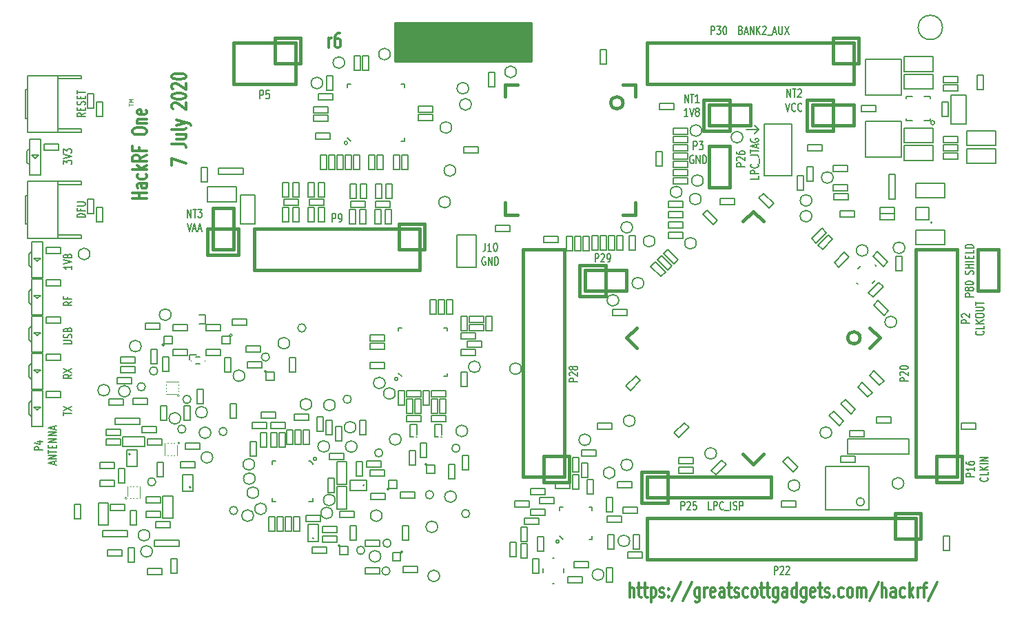
<source format=gto>
G04 #@! TF.GenerationSoftware,KiCad,Pcbnew,5.1.9*
G04 #@! TF.CreationDate,2021-03-19T18:57:38-06:00*
G04 #@! TF.ProjectId,hackrf-one,6861636b-7266-42d6-9f6e-652e6b696361,r6*
G04 #@! TF.SameCoordinates,Original*
G04 #@! TF.FileFunction,Legend,Top*
G04 #@! TF.FilePolarity,Positive*
%FSLAX46Y46*%
G04 Gerber Fmt 4.6, Leading zero omitted, Abs format (unit mm)*
G04 Created by KiCad (PCBNEW 5.1.9) date 2021-03-19 18:57:38*
%MOMM*%
%LPD*%
G01*
G04 APERTURE LIST*
%ADD10C,0.304800*%
%ADD11C,0.203200*%
%ADD12C,0.190500*%
%ADD13C,0.101600*%
%ADD14C,0.177800*%
%ADD15C,0.381000*%
%ADD16C,0.127000*%
%ADD17C,0.254000*%
%ADD18C,0.150000*%
G04 APERTURE END LIST*
D10*
X97104523Y-104504333D02*
X97104523Y-103319000D01*
X97104523Y-103657666D02*
X97165000Y-103488333D01*
X97225476Y-103403666D01*
X97346428Y-103319000D01*
X97467380Y-103319000D01*
X98435000Y-102726333D02*
X98193095Y-102726333D01*
X98072142Y-102811000D01*
X98011666Y-102895666D01*
X97890714Y-103149666D01*
X97830238Y-103488333D01*
X97830238Y-104165666D01*
X97890714Y-104335000D01*
X97951190Y-104419666D01*
X98072142Y-104504333D01*
X98314047Y-104504333D01*
X98435000Y-104419666D01*
X98495476Y-104335000D01*
X98555952Y-104165666D01*
X98555952Y-103742333D01*
X98495476Y-103573000D01*
X98435000Y-103488333D01*
X98314047Y-103403666D01*
X98072142Y-103403666D01*
X97951190Y-103488333D01*
X97890714Y-103573000D01*
X97830238Y-103742333D01*
D11*
X125400000Y-165200000D02*
G75*
G03*
X125400000Y-165200000I-200000J0D01*
G01*
X95600000Y-155000000D02*
G75*
G03*
X95600000Y-155000000I-200000J0D01*
G01*
X105600000Y-145200000D02*
G75*
G03*
X105600000Y-145200000I-200000J0D01*
G01*
X99400000Y-116200000D02*
G75*
G03*
X99400000Y-116200000I-200000J0D01*
G01*
D10*
X77822333Y-118962761D02*
X77822333Y-118116095D01*
X79600333Y-118660380D01*
X77822333Y-116301809D02*
X79092333Y-116301809D01*
X79346333Y-116362285D01*
X79515666Y-116483238D01*
X79600333Y-116664666D01*
X79600333Y-116785619D01*
X78415000Y-115152761D02*
X79600333Y-115152761D01*
X78415000Y-115697047D02*
X79346333Y-115697047D01*
X79515666Y-115636571D01*
X79600333Y-115515619D01*
X79600333Y-115334190D01*
X79515666Y-115213238D01*
X79431000Y-115152761D01*
X79600333Y-114366571D02*
X79515666Y-114487523D01*
X79346333Y-114548000D01*
X77822333Y-114548000D01*
X78415000Y-114003714D02*
X79600333Y-113701333D01*
X78415000Y-113398952D02*
X79600333Y-113701333D01*
X80023666Y-113822285D01*
X80108333Y-113882761D01*
X80193000Y-114003714D01*
X77991666Y-112008000D02*
X77907000Y-111947523D01*
X77822333Y-111826571D01*
X77822333Y-111524190D01*
X77907000Y-111403238D01*
X77991666Y-111342761D01*
X78161000Y-111282285D01*
X78330333Y-111282285D01*
X78584333Y-111342761D01*
X79600333Y-112068476D01*
X79600333Y-111282285D01*
X77822333Y-110496095D02*
X77822333Y-110375142D01*
X77907000Y-110254190D01*
X77991666Y-110193714D01*
X78161000Y-110133238D01*
X78499666Y-110072761D01*
X78923000Y-110072761D01*
X79261666Y-110133238D01*
X79431000Y-110193714D01*
X79515666Y-110254190D01*
X79600333Y-110375142D01*
X79600333Y-110496095D01*
X79515666Y-110617047D01*
X79431000Y-110677523D01*
X79261666Y-110738000D01*
X78923000Y-110798476D01*
X78499666Y-110798476D01*
X78161000Y-110738000D01*
X77991666Y-110677523D01*
X77907000Y-110617047D01*
X77822333Y-110496095D01*
X77991666Y-109588952D02*
X77907000Y-109528476D01*
X77822333Y-109407523D01*
X77822333Y-109105142D01*
X77907000Y-108984190D01*
X77991666Y-108923714D01*
X78161000Y-108863238D01*
X78330333Y-108863238D01*
X78584333Y-108923714D01*
X79600333Y-109649428D01*
X79600333Y-108863238D01*
X77822333Y-108077047D02*
X77822333Y-107956095D01*
X77907000Y-107835142D01*
X77991666Y-107774666D01*
X78161000Y-107714190D01*
X78499666Y-107653714D01*
X78923000Y-107653714D01*
X79261666Y-107714190D01*
X79431000Y-107774666D01*
X79515666Y-107835142D01*
X79600333Y-107956095D01*
X79600333Y-108077047D01*
X79515666Y-108198000D01*
X79431000Y-108258476D01*
X79261666Y-108318952D01*
X78923000Y-108379428D01*
X78499666Y-108379428D01*
X78161000Y-108318952D01*
X77991666Y-108258476D01*
X77907000Y-108198000D01*
X77822333Y-108077047D01*
D12*
X97537571Y-125929619D02*
X97537571Y-124913619D01*
X97827857Y-124913619D01*
X97900428Y-124962000D01*
X97936714Y-125010380D01*
X97973000Y-125107142D01*
X97973000Y-125252285D01*
X97936714Y-125349047D01*
X97900428Y-125397428D01*
X97827857Y-125445809D01*
X97537571Y-125445809D01*
X98335857Y-125929619D02*
X98481000Y-125929619D01*
X98553571Y-125881238D01*
X98589857Y-125832857D01*
X98662428Y-125687714D01*
X98698714Y-125494190D01*
X98698714Y-125107142D01*
X98662428Y-125010380D01*
X98626142Y-124962000D01*
X98553571Y-124913619D01*
X98408428Y-124913619D01*
X98335857Y-124962000D01*
X98299571Y-125010380D01*
X98263285Y-125107142D01*
X98263285Y-125349047D01*
X98299571Y-125445809D01*
X98335857Y-125494190D01*
X98408428Y-125542571D01*
X98553571Y-125542571D01*
X98626142Y-125494190D01*
X98662428Y-125445809D01*
X98698714Y-125349047D01*
X116304542Y-128486369D02*
X116304542Y-129212083D01*
X116268257Y-129357226D01*
X116195685Y-129453988D01*
X116086828Y-129502369D01*
X116014257Y-129502369D01*
X117066542Y-129502369D02*
X116631114Y-129502369D01*
X116848828Y-129502369D02*
X116848828Y-128486369D01*
X116776257Y-128631511D01*
X116703685Y-128728273D01*
X116631114Y-128776654D01*
X117538257Y-128486369D02*
X117610828Y-128486369D01*
X117683400Y-128534750D01*
X117719685Y-128583130D01*
X117755971Y-128679892D01*
X117792257Y-128873416D01*
X117792257Y-129115321D01*
X117755971Y-129308845D01*
X117719685Y-129405607D01*
X117683400Y-129453988D01*
X117610828Y-129502369D01*
X117538257Y-129502369D01*
X117465685Y-129453988D01*
X117429400Y-129405607D01*
X117393114Y-129308845D01*
X117356828Y-129115321D01*
X117356828Y-128873416D01*
X117393114Y-128679892D01*
X117429400Y-128583130D01*
X117465685Y-128534750D01*
X117538257Y-128486369D01*
X116340828Y-130249250D02*
X116268257Y-130200869D01*
X116159400Y-130200869D01*
X116050542Y-130249250D01*
X115977971Y-130346011D01*
X115941685Y-130442773D01*
X115905400Y-130636297D01*
X115905400Y-130781440D01*
X115941685Y-130974964D01*
X115977971Y-131071726D01*
X116050542Y-131168488D01*
X116159400Y-131216869D01*
X116231971Y-131216869D01*
X116340828Y-131168488D01*
X116377114Y-131120107D01*
X116377114Y-130781440D01*
X116231971Y-130781440D01*
X116703685Y-131216869D02*
X116703685Y-130200869D01*
X117139114Y-131216869D01*
X117139114Y-130200869D01*
X117501971Y-131216869D02*
X117501971Y-130200869D01*
X117683400Y-130200869D01*
X117792257Y-130249250D01*
X117864828Y-130346011D01*
X117901114Y-130442773D01*
X117937400Y-130636297D01*
X117937400Y-130781440D01*
X117901114Y-130974964D01*
X117864828Y-131071726D01*
X117792257Y-131168488D01*
X117683400Y-131216869D01*
X117501971Y-131216869D01*
X176309019Y-135089342D02*
X175293019Y-135089342D01*
X175293019Y-134799057D01*
X175341400Y-134726485D01*
X175389780Y-134690200D01*
X175486542Y-134653914D01*
X175631685Y-134653914D01*
X175728447Y-134690200D01*
X175776828Y-134726485D01*
X175825209Y-134799057D01*
X175825209Y-135089342D01*
X175728447Y-134218485D02*
X175680066Y-134291057D01*
X175631685Y-134327342D01*
X175534923Y-134363628D01*
X175486542Y-134363628D01*
X175389780Y-134327342D01*
X175341400Y-134291057D01*
X175293019Y-134218485D01*
X175293019Y-134073342D01*
X175341400Y-134000771D01*
X175389780Y-133964485D01*
X175486542Y-133928200D01*
X175534923Y-133928200D01*
X175631685Y-133964485D01*
X175680066Y-134000771D01*
X175728447Y-134073342D01*
X175728447Y-134218485D01*
X175776828Y-134291057D01*
X175825209Y-134327342D01*
X175921971Y-134363628D01*
X176115495Y-134363628D01*
X176212257Y-134327342D01*
X176260638Y-134291057D01*
X176309019Y-134218485D01*
X176309019Y-134073342D01*
X176260638Y-134000771D01*
X176212257Y-133964485D01*
X176115495Y-133928200D01*
X175921971Y-133928200D01*
X175825209Y-133964485D01*
X175776828Y-134000771D01*
X175728447Y-134073342D01*
X175293019Y-133456485D02*
X175293019Y-133383914D01*
X175341400Y-133311342D01*
X175389780Y-133275057D01*
X175486542Y-133238771D01*
X175680066Y-133202485D01*
X175921971Y-133202485D01*
X176115495Y-133238771D01*
X176212257Y-133275057D01*
X176260638Y-133311342D01*
X176309019Y-133383914D01*
X176309019Y-133456485D01*
X176260638Y-133529057D01*
X176212257Y-133565342D01*
X176115495Y-133601628D01*
X175921971Y-133637914D01*
X175680066Y-133637914D01*
X175486542Y-133601628D01*
X175389780Y-133565342D01*
X175341400Y-133529057D01*
X175293019Y-133456485D01*
X176260638Y-132331628D02*
X176309019Y-132222771D01*
X176309019Y-132041342D01*
X176260638Y-131968771D01*
X176212257Y-131932485D01*
X176115495Y-131896200D01*
X176018733Y-131896200D01*
X175921971Y-131932485D01*
X175873590Y-131968771D01*
X175825209Y-132041342D01*
X175776828Y-132186485D01*
X175728447Y-132259057D01*
X175680066Y-132295342D01*
X175583304Y-132331628D01*
X175486542Y-132331628D01*
X175389780Y-132295342D01*
X175341400Y-132259057D01*
X175293019Y-132186485D01*
X175293019Y-132005057D01*
X175341400Y-131896200D01*
X176309019Y-131569628D02*
X175293019Y-131569628D01*
X175776828Y-131569628D02*
X175776828Y-131134200D01*
X176309019Y-131134200D02*
X175293019Y-131134200D01*
X176309019Y-130771342D02*
X175293019Y-130771342D01*
X175776828Y-130408485D02*
X175776828Y-130154485D01*
X176309019Y-130045628D02*
X176309019Y-130408485D01*
X175293019Y-130408485D01*
X175293019Y-130045628D01*
X176309019Y-129356200D02*
X176309019Y-129719057D01*
X175293019Y-129719057D01*
X176309019Y-129102200D02*
X175293019Y-129102200D01*
X175293019Y-128920771D01*
X175341400Y-128811914D01*
X175438161Y-128739342D01*
X175534923Y-128703057D01*
X175728447Y-128666771D01*
X175873590Y-128666771D01*
X176067114Y-128703057D01*
X176163876Y-128739342D01*
X176260638Y-128811914D01*
X176309019Y-128920771D01*
X176309019Y-129102200D01*
X88647571Y-110765819D02*
X88647571Y-109749819D01*
X88937857Y-109749819D01*
X89010428Y-109798200D01*
X89046714Y-109846580D01*
X89083000Y-109943342D01*
X89083000Y-110088485D01*
X89046714Y-110185247D01*
X89010428Y-110233628D01*
X88937857Y-110282009D01*
X88647571Y-110282009D01*
X89772428Y-109749819D02*
X89409571Y-109749819D01*
X89373285Y-110233628D01*
X89409571Y-110185247D01*
X89482142Y-110136866D01*
X89663571Y-110136866D01*
X89736142Y-110185247D01*
X89772428Y-110233628D01*
X89808714Y-110330390D01*
X89808714Y-110572295D01*
X89772428Y-110669057D01*
X89736142Y-110717438D01*
X89663571Y-110765819D01*
X89482142Y-110765819D01*
X89409571Y-110717438D01*
X89373285Y-110669057D01*
X67159619Y-112506714D02*
X66675809Y-112760714D01*
X67159619Y-112942142D02*
X66143619Y-112942142D01*
X66143619Y-112651857D01*
X66192000Y-112579285D01*
X66240380Y-112543000D01*
X66337142Y-112506714D01*
X66482285Y-112506714D01*
X66579047Y-112543000D01*
X66627428Y-112579285D01*
X66675809Y-112651857D01*
X66675809Y-112942142D01*
X66627428Y-112180142D02*
X66627428Y-111926142D01*
X67159619Y-111817285D02*
X67159619Y-112180142D01*
X66143619Y-112180142D01*
X66143619Y-111817285D01*
X67111238Y-111527000D02*
X67159619Y-111418142D01*
X67159619Y-111236714D01*
X67111238Y-111164142D01*
X67062857Y-111127857D01*
X66966095Y-111091571D01*
X66869333Y-111091571D01*
X66772571Y-111127857D01*
X66724190Y-111164142D01*
X66675809Y-111236714D01*
X66627428Y-111381857D01*
X66579047Y-111454428D01*
X66530666Y-111490714D01*
X66433904Y-111527000D01*
X66337142Y-111527000D01*
X66240380Y-111490714D01*
X66192000Y-111454428D01*
X66143619Y-111381857D01*
X66143619Y-111200428D01*
X66192000Y-111091571D01*
X66627428Y-110765000D02*
X66627428Y-110511000D01*
X67159619Y-110402142D02*
X67159619Y-110765000D01*
X66143619Y-110765000D01*
X66143619Y-110402142D01*
X66143619Y-110184428D02*
X66143619Y-109749000D01*
X67159619Y-109966714D02*
X66143619Y-109966714D01*
X67159619Y-125325285D02*
X66143619Y-125325285D01*
X66143619Y-125143857D01*
X66192000Y-125035000D01*
X66288761Y-124962428D01*
X66385523Y-124926142D01*
X66579047Y-124889857D01*
X66724190Y-124889857D01*
X66917714Y-124926142D01*
X67014476Y-124962428D01*
X67111238Y-125035000D01*
X67159619Y-125143857D01*
X67159619Y-125325285D01*
X66627428Y-124309285D02*
X66627428Y-124563285D01*
X67159619Y-124563285D02*
X66143619Y-124563285D01*
X66143619Y-124200428D01*
X66143619Y-123910142D02*
X66966095Y-123910142D01*
X67062857Y-123873857D01*
X67111238Y-123837571D01*
X67159619Y-123765000D01*
X67159619Y-123619857D01*
X67111238Y-123547285D01*
X67062857Y-123511000D01*
X66966095Y-123474714D01*
X66143619Y-123474714D01*
D13*
X72521809Y-111635428D02*
X72521809Y-111345142D01*
X73029809Y-111490285D02*
X72521809Y-111490285D01*
X73029809Y-111175809D02*
X72521809Y-111175809D01*
X72884666Y-111006476D01*
X72521809Y-110837142D01*
X73029809Y-110837142D01*
D12*
X65539619Y-135720714D02*
X65055809Y-135974714D01*
X65539619Y-136156142D02*
X64523619Y-136156142D01*
X64523619Y-135865857D01*
X64572000Y-135793285D01*
X64620380Y-135757000D01*
X64717142Y-135720714D01*
X64862285Y-135720714D01*
X64959047Y-135757000D01*
X65007428Y-135793285D01*
X65055809Y-135865857D01*
X65055809Y-136156142D01*
X65007428Y-135140142D02*
X65007428Y-135394142D01*
X65539619Y-135394142D02*
X64523619Y-135394142D01*
X64523619Y-135031285D01*
D10*
X74774333Y-123038857D02*
X72996333Y-123038857D01*
X73843000Y-123038857D02*
X73843000Y-122313142D01*
X74774333Y-122313142D02*
X72996333Y-122313142D01*
X74774333Y-121164095D02*
X73843000Y-121164095D01*
X73673666Y-121224571D01*
X73589000Y-121345523D01*
X73589000Y-121587428D01*
X73673666Y-121708380D01*
X74689666Y-121164095D02*
X74774333Y-121285047D01*
X74774333Y-121587428D01*
X74689666Y-121708380D01*
X74520333Y-121768857D01*
X74351000Y-121768857D01*
X74181666Y-121708380D01*
X74097000Y-121587428D01*
X74097000Y-121285047D01*
X74012333Y-121164095D01*
X74689666Y-120015047D02*
X74774333Y-120136000D01*
X74774333Y-120377904D01*
X74689666Y-120498857D01*
X74605000Y-120559333D01*
X74435666Y-120619809D01*
X73927666Y-120619809D01*
X73758333Y-120559333D01*
X73673666Y-120498857D01*
X73589000Y-120377904D01*
X73589000Y-120136000D01*
X73673666Y-120015047D01*
X74774333Y-119470761D02*
X72996333Y-119470761D01*
X74097000Y-119349809D02*
X74774333Y-118986952D01*
X73589000Y-118986952D02*
X74266333Y-119470761D01*
X74774333Y-117716952D02*
X73927666Y-118140285D01*
X74774333Y-118442666D02*
X72996333Y-118442666D01*
X72996333Y-117958857D01*
X73081000Y-117837904D01*
X73165666Y-117777428D01*
X73335000Y-117716952D01*
X73589000Y-117716952D01*
X73758333Y-117777428D01*
X73843000Y-117837904D01*
X73927666Y-117958857D01*
X73927666Y-118442666D01*
X73843000Y-116749333D02*
X73843000Y-117172666D01*
X74774333Y-117172666D02*
X72996333Y-117172666D01*
X72996333Y-116567904D01*
X72996333Y-114874571D02*
X72996333Y-114632666D01*
X73081000Y-114511714D01*
X73250333Y-114390761D01*
X73589000Y-114330285D01*
X74181666Y-114330285D01*
X74520333Y-114390761D01*
X74689666Y-114511714D01*
X74774333Y-114632666D01*
X74774333Y-114874571D01*
X74689666Y-114995523D01*
X74520333Y-115116476D01*
X74181666Y-115176952D01*
X73589000Y-115176952D01*
X73250333Y-115116476D01*
X73081000Y-114995523D01*
X72996333Y-114874571D01*
X73589000Y-113786000D02*
X74774333Y-113786000D01*
X73758333Y-113786000D02*
X73673666Y-113725523D01*
X73589000Y-113604571D01*
X73589000Y-113423142D01*
X73673666Y-113302190D01*
X73843000Y-113241714D01*
X74774333Y-113241714D01*
X74689666Y-112153142D02*
X74774333Y-112274095D01*
X74774333Y-112516000D01*
X74689666Y-112636952D01*
X74520333Y-112697428D01*
X73843000Y-112697428D01*
X73673666Y-112636952D01*
X73589000Y-112516000D01*
X73589000Y-112274095D01*
X73673666Y-112153142D01*
X73843000Y-112092666D01*
X74012333Y-112092666D01*
X74181666Y-112697428D01*
D11*
X149936200Y-114579400D02*
X148412200Y-114579400D01*
X149936200Y-114579400D02*
X149428200Y-115087400D01*
X149936200Y-114579400D02*
X149428200Y-114071400D01*
D12*
X65539619Y-131275714D02*
X65539619Y-131711142D01*
X65539619Y-131493428D02*
X64523619Y-131493428D01*
X64668761Y-131566000D01*
X64765523Y-131638571D01*
X64813904Y-131711142D01*
X64523619Y-131058000D02*
X65539619Y-130804000D01*
X64523619Y-130550000D01*
X64959047Y-130187142D02*
X64910666Y-130259714D01*
X64862285Y-130296000D01*
X64765523Y-130332285D01*
X64717142Y-130332285D01*
X64620380Y-130296000D01*
X64572000Y-130259714D01*
X64523619Y-130187142D01*
X64523619Y-130042000D01*
X64572000Y-129969428D01*
X64620380Y-129933142D01*
X64717142Y-129896857D01*
X64765523Y-129896857D01*
X64862285Y-129933142D01*
X64910666Y-129969428D01*
X64959047Y-130042000D01*
X64959047Y-130187142D01*
X65007428Y-130259714D01*
X65055809Y-130296000D01*
X65152571Y-130332285D01*
X65346095Y-130332285D01*
X65442857Y-130296000D01*
X65491238Y-130259714D01*
X65539619Y-130187142D01*
X65539619Y-130042000D01*
X65491238Y-129969428D01*
X65442857Y-129933142D01*
X65346095Y-129896857D01*
X65152571Y-129896857D01*
X65055809Y-129933142D01*
X65007428Y-129969428D01*
X64959047Y-130042000D01*
X64523619Y-118793428D02*
X64523619Y-118321714D01*
X64910666Y-118575714D01*
X64910666Y-118466857D01*
X64959047Y-118394285D01*
X65007428Y-118358000D01*
X65104190Y-118321714D01*
X65346095Y-118321714D01*
X65442857Y-118358000D01*
X65491238Y-118394285D01*
X65539619Y-118466857D01*
X65539619Y-118684571D01*
X65491238Y-118757142D01*
X65442857Y-118793428D01*
X64523619Y-118104000D02*
X65539619Y-117850000D01*
X64523619Y-117596000D01*
X64523619Y-117414571D02*
X64523619Y-116942857D01*
X64910666Y-117196857D01*
X64910666Y-117088000D01*
X64959047Y-117015428D01*
X65007428Y-116979142D01*
X65104190Y-116942857D01*
X65346095Y-116942857D01*
X65442857Y-116979142D01*
X65491238Y-117015428D01*
X65539619Y-117088000D01*
X65539619Y-117305714D01*
X65491238Y-117378285D01*
X65442857Y-117414571D01*
X64523619Y-140909571D02*
X65346095Y-140909571D01*
X65442857Y-140873285D01*
X65491238Y-140837000D01*
X65539619Y-140764428D01*
X65539619Y-140619285D01*
X65491238Y-140546714D01*
X65442857Y-140510428D01*
X65346095Y-140474142D01*
X64523619Y-140474142D01*
X65491238Y-140147571D02*
X65539619Y-140038714D01*
X65539619Y-139857285D01*
X65491238Y-139784714D01*
X65442857Y-139748428D01*
X65346095Y-139712142D01*
X65249333Y-139712142D01*
X65152571Y-139748428D01*
X65104190Y-139784714D01*
X65055809Y-139857285D01*
X65007428Y-140002428D01*
X64959047Y-140075000D01*
X64910666Y-140111285D01*
X64813904Y-140147571D01*
X64717142Y-140147571D01*
X64620380Y-140111285D01*
X64572000Y-140075000D01*
X64523619Y-140002428D01*
X64523619Y-139821000D01*
X64572000Y-139712142D01*
X65007428Y-139131571D02*
X65055809Y-139022714D01*
X65104190Y-138986428D01*
X65200952Y-138950142D01*
X65346095Y-138950142D01*
X65442857Y-138986428D01*
X65491238Y-139022714D01*
X65539619Y-139095285D01*
X65539619Y-139385571D01*
X64523619Y-139385571D01*
X64523619Y-139131571D01*
X64572000Y-139059000D01*
X64620380Y-139022714D01*
X64717142Y-138986428D01*
X64813904Y-138986428D01*
X64910666Y-139022714D01*
X64959047Y-139059000D01*
X65007428Y-139131571D01*
X65007428Y-139385571D01*
X65539619Y-144647000D02*
X65055809Y-144901000D01*
X65539619Y-145082428D02*
X64523619Y-145082428D01*
X64523619Y-144792142D01*
X64572000Y-144719571D01*
X64620380Y-144683285D01*
X64717142Y-144647000D01*
X64862285Y-144647000D01*
X64959047Y-144683285D01*
X65007428Y-144719571D01*
X65055809Y-144792142D01*
X65055809Y-145082428D01*
X64523619Y-144393000D02*
X65539619Y-143885000D01*
X64523619Y-143885000D02*
X65539619Y-144393000D01*
X64523619Y-149672571D02*
X64523619Y-149237142D01*
X65539619Y-149454857D02*
X64523619Y-149454857D01*
X64523619Y-149055714D02*
X65539619Y-148547714D01*
X64523619Y-148547714D02*
X65539619Y-149055714D01*
X140829142Y-111202369D02*
X140829142Y-110186369D01*
X141264571Y-111202369D01*
X141264571Y-110186369D01*
X141518571Y-110186369D02*
X141954000Y-110186369D01*
X141736285Y-111202369D02*
X141736285Y-110186369D01*
X142607142Y-111202369D02*
X142171714Y-111202369D01*
X142389428Y-111202369D02*
X142389428Y-110186369D01*
X142316857Y-110331511D01*
X142244285Y-110428273D01*
X142171714Y-110476654D01*
X141228285Y-112916869D02*
X140792857Y-112916869D01*
X141010571Y-112916869D02*
X141010571Y-111900869D01*
X140938000Y-112046011D01*
X140865428Y-112142773D01*
X140792857Y-112191154D01*
X141446000Y-111900869D02*
X141700000Y-112916869D01*
X141954000Y-111900869D01*
X142316857Y-112336297D02*
X142244285Y-112287916D01*
X142208000Y-112239535D01*
X142171714Y-112142773D01*
X142171714Y-112094392D01*
X142208000Y-111997630D01*
X142244285Y-111949250D01*
X142316857Y-111900869D01*
X142462000Y-111900869D01*
X142534571Y-111949250D01*
X142570857Y-111997630D01*
X142607142Y-112094392D01*
X142607142Y-112142773D01*
X142570857Y-112239535D01*
X142534571Y-112287916D01*
X142462000Y-112336297D01*
X142316857Y-112336297D01*
X142244285Y-112384678D01*
X142208000Y-112433059D01*
X142171714Y-112529821D01*
X142171714Y-112723345D01*
X142208000Y-112820107D01*
X142244285Y-112868488D01*
X142316857Y-112916869D01*
X142462000Y-112916869D01*
X142534571Y-112868488D01*
X142570857Y-112820107D01*
X142607142Y-112723345D01*
X142607142Y-112529821D01*
X142570857Y-112433059D01*
X142534571Y-112384678D01*
X142462000Y-112336297D01*
X153388542Y-110594369D02*
X153388542Y-109578369D01*
X153823971Y-110594369D01*
X153823971Y-109578369D01*
X154077971Y-109578369D02*
X154513400Y-109578369D01*
X154295685Y-110594369D02*
X154295685Y-109578369D01*
X154731114Y-109675130D02*
X154767400Y-109626750D01*
X154839971Y-109578369D01*
X155021400Y-109578369D01*
X155093971Y-109626750D01*
X155130257Y-109675130D01*
X155166542Y-109771892D01*
X155166542Y-109868654D01*
X155130257Y-110013797D01*
X154694828Y-110594369D01*
X155166542Y-110594369D01*
X153243400Y-111292869D02*
X153497400Y-112308869D01*
X153751400Y-111292869D01*
X154440828Y-112212107D02*
X154404542Y-112260488D01*
X154295685Y-112308869D01*
X154223114Y-112308869D01*
X154114257Y-112260488D01*
X154041685Y-112163726D01*
X154005400Y-112066964D01*
X153969114Y-111873440D01*
X153969114Y-111728297D01*
X154005400Y-111534773D01*
X154041685Y-111438011D01*
X154114257Y-111341250D01*
X154223114Y-111292869D01*
X154295685Y-111292869D01*
X154404542Y-111341250D01*
X154440828Y-111389630D01*
X155202828Y-112212107D02*
X155166542Y-112260488D01*
X155057685Y-112308869D01*
X154985114Y-112308869D01*
X154876257Y-112260488D01*
X154803685Y-112163726D01*
X154767400Y-112066964D01*
X154731114Y-111873440D01*
X154731114Y-111728297D01*
X154767400Y-111534773D01*
X154803685Y-111438011D01*
X154876257Y-111341250D01*
X154985114Y-111292869D01*
X155057685Y-111292869D01*
X155166542Y-111341250D01*
X155202828Y-111389630D01*
X168257219Y-145470685D02*
X167241219Y-145470685D01*
X167241219Y-145180400D01*
X167289600Y-145107828D01*
X167337980Y-145071542D01*
X167434742Y-145035257D01*
X167579885Y-145035257D01*
X167676647Y-145071542D01*
X167725028Y-145107828D01*
X167773409Y-145180400D01*
X167773409Y-145470685D01*
X167337980Y-144744971D02*
X167289600Y-144708685D01*
X167241219Y-144636114D01*
X167241219Y-144454685D01*
X167289600Y-144382114D01*
X167337980Y-144345828D01*
X167434742Y-144309542D01*
X167531504Y-144309542D01*
X167676647Y-144345828D01*
X168257219Y-144781257D01*
X168257219Y-144309542D01*
X167241219Y-143837828D02*
X167241219Y-143765257D01*
X167289600Y-143692685D01*
X167337980Y-143656400D01*
X167434742Y-143620114D01*
X167628266Y-143583828D01*
X167870171Y-143583828D01*
X168063695Y-143620114D01*
X168160457Y-143656400D01*
X168208838Y-143692685D01*
X168257219Y-143765257D01*
X168257219Y-143837828D01*
X168208838Y-143910400D01*
X168160457Y-143946685D01*
X168063695Y-143982971D01*
X167870171Y-144019257D01*
X167628266Y-144019257D01*
X167434742Y-143982971D01*
X167337980Y-143946685D01*
X167289600Y-143910400D01*
X167241219Y-143837828D01*
X151835514Y-169211219D02*
X151835514Y-168195219D01*
X152125800Y-168195219D01*
X152198371Y-168243600D01*
X152234657Y-168291980D01*
X152270942Y-168388742D01*
X152270942Y-168533885D01*
X152234657Y-168630647D01*
X152198371Y-168679028D01*
X152125800Y-168727409D01*
X151835514Y-168727409D01*
X152561228Y-168291980D02*
X152597514Y-168243600D01*
X152670085Y-168195219D01*
X152851514Y-168195219D01*
X152924085Y-168243600D01*
X152960371Y-168291980D01*
X152996657Y-168388742D01*
X152996657Y-168485504D01*
X152960371Y-168630647D01*
X152524942Y-169211219D01*
X152996657Y-169211219D01*
X153286942Y-168291980D02*
X153323228Y-168243600D01*
X153395800Y-168195219D01*
X153577228Y-168195219D01*
X153649800Y-168243600D01*
X153686085Y-168291980D01*
X153722371Y-168388742D01*
X153722371Y-168485504D01*
X153686085Y-168630647D01*
X153250657Y-169211219D01*
X153722371Y-169211219D01*
X140383742Y-161286419D02*
X140383742Y-160270419D01*
X140674028Y-160270419D01*
X140746600Y-160318800D01*
X140782885Y-160367180D01*
X140819171Y-160463942D01*
X140819171Y-160609085D01*
X140782885Y-160705847D01*
X140746600Y-160754228D01*
X140674028Y-160802609D01*
X140383742Y-160802609D01*
X141109457Y-160367180D02*
X141145742Y-160318800D01*
X141218314Y-160270419D01*
X141399742Y-160270419D01*
X141472314Y-160318800D01*
X141508600Y-160367180D01*
X141544885Y-160463942D01*
X141544885Y-160560704D01*
X141508600Y-160705847D01*
X141073171Y-161286419D01*
X141544885Y-161286419D01*
X142234314Y-160270419D02*
X141871457Y-160270419D01*
X141835171Y-160754228D01*
X141871457Y-160705847D01*
X141944028Y-160657466D01*
X142125457Y-160657466D01*
X142198028Y-160705847D01*
X142234314Y-160754228D01*
X142270600Y-160850990D01*
X142270600Y-161092895D01*
X142234314Y-161189657D01*
X142198028Y-161238038D01*
X142125457Y-161286419D01*
X141944028Y-161286419D01*
X141871457Y-161238038D01*
X141835171Y-161189657D01*
X144121171Y-161286419D02*
X143758314Y-161286419D01*
X143758314Y-160270419D01*
X144375171Y-161286419D02*
X144375171Y-160270419D01*
X144665457Y-160270419D01*
X144738028Y-160318800D01*
X144774314Y-160367180D01*
X144810600Y-160463942D01*
X144810600Y-160609085D01*
X144774314Y-160705847D01*
X144738028Y-160754228D01*
X144665457Y-160802609D01*
X144375171Y-160802609D01*
X145572600Y-161189657D02*
X145536314Y-161238038D01*
X145427457Y-161286419D01*
X145354885Y-161286419D01*
X145246028Y-161238038D01*
X145173457Y-161141276D01*
X145137171Y-161044514D01*
X145100885Y-160850990D01*
X145100885Y-160705847D01*
X145137171Y-160512323D01*
X145173457Y-160415561D01*
X145246028Y-160318800D01*
X145354885Y-160270419D01*
X145427457Y-160270419D01*
X145536314Y-160318800D01*
X145572600Y-160367180D01*
X145717742Y-161383180D02*
X146298314Y-161383180D01*
X146479742Y-161286419D02*
X146479742Y-160270419D01*
X146806314Y-161238038D02*
X146915171Y-161286419D01*
X147096600Y-161286419D01*
X147169171Y-161238038D01*
X147205457Y-161189657D01*
X147241742Y-161092895D01*
X147241742Y-160996133D01*
X147205457Y-160899371D01*
X147169171Y-160850990D01*
X147096600Y-160802609D01*
X146951457Y-160754228D01*
X146878885Y-160705847D01*
X146842600Y-160657466D01*
X146806314Y-160560704D01*
X146806314Y-160463942D01*
X146842600Y-160367180D01*
X146878885Y-160318800D01*
X146951457Y-160270419D01*
X147132885Y-160270419D01*
X147241742Y-160318800D01*
X147568314Y-161286419D02*
X147568314Y-160270419D01*
X147858600Y-160270419D01*
X147931171Y-160318800D01*
X147967457Y-160367180D01*
X148003742Y-160463942D01*
X148003742Y-160609085D01*
X147967457Y-160705847D01*
X147931171Y-160754228D01*
X147858600Y-160802609D01*
X147568314Y-160802609D01*
X127668019Y-145521485D02*
X126652019Y-145521485D01*
X126652019Y-145231200D01*
X126700400Y-145158628D01*
X126748780Y-145122342D01*
X126845542Y-145086057D01*
X126990685Y-145086057D01*
X127087447Y-145122342D01*
X127135828Y-145158628D01*
X127184209Y-145231200D01*
X127184209Y-145521485D01*
X126748780Y-144795771D02*
X126700400Y-144759485D01*
X126652019Y-144686914D01*
X126652019Y-144505485D01*
X126700400Y-144432914D01*
X126748780Y-144396628D01*
X126845542Y-144360342D01*
X126942304Y-144360342D01*
X127087447Y-144396628D01*
X127668019Y-144832057D01*
X127668019Y-144360342D01*
X127087447Y-143924914D02*
X127039066Y-143997485D01*
X126990685Y-144033771D01*
X126893923Y-144070057D01*
X126845542Y-144070057D01*
X126748780Y-144033771D01*
X126700400Y-143997485D01*
X126652019Y-143924914D01*
X126652019Y-143779771D01*
X126700400Y-143707200D01*
X126748780Y-143670914D01*
X126845542Y-143634628D01*
X126893923Y-143634628D01*
X126990685Y-143670914D01*
X127039066Y-143707200D01*
X127087447Y-143779771D01*
X127087447Y-143924914D01*
X127135828Y-143997485D01*
X127184209Y-144033771D01*
X127280971Y-144070057D01*
X127474495Y-144070057D01*
X127571257Y-144033771D01*
X127619638Y-143997485D01*
X127668019Y-143924914D01*
X127668019Y-143779771D01*
X127619638Y-143707200D01*
X127571257Y-143670914D01*
X127474495Y-143634628D01*
X127280971Y-143634628D01*
X127184209Y-143670914D01*
X127135828Y-143707200D01*
X127087447Y-143779771D01*
X148202369Y-119080085D02*
X147186369Y-119080085D01*
X147186369Y-118789800D01*
X147234750Y-118717228D01*
X147283130Y-118680942D01*
X147379892Y-118644657D01*
X147525035Y-118644657D01*
X147621797Y-118680942D01*
X147670178Y-118717228D01*
X147718559Y-118789800D01*
X147718559Y-119080085D01*
X147283130Y-118354371D02*
X147234750Y-118318085D01*
X147186369Y-118245514D01*
X147186369Y-118064085D01*
X147234750Y-117991514D01*
X147283130Y-117955228D01*
X147379892Y-117918942D01*
X147476654Y-117918942D01*
X147621797Y-117955228D01*
X148202369Y-118390657D01*
X148202369Y-117918942D01*
X147186369Y-117265800D02*
X147186369Y-117410942D01*
X147234750Y-117483514D01*
X147283130Y-117519800D01*
X147428273Y-117592371D01*
X147621797Y-117628657D01*
X148008845Y-117628657D01*
X148105607Y-117592371D01*
X148153988Y-117556085D01*
X148202369Y-117483514D01*
X148202369Y-117338371D01*
X148153988Y-117265800D01*
X148105607Y-117229514D01*
X148008845Y-117193228D01*
X147766940Y-117193228D01*
X147670178Y-117229514D01*
X147621797Y-117265800D01*
X147573416Y-117338371D01*
X147573416Y-117483514D01*
X147621797Y-117556085D01*
X147670178Y-117592371D01*
X147766940Y-117628657D01*
X149916869Y-120259371D02*
X149916869Y-120622228D01*
X148900869Y-120622228D01*
X149916869Y-120005371D02*
X148900869Y-120005371D01*
X148900869Y-119715085D01*
X148949250Y-119642514D01*
X148997630Y-119606228D01*
X149094392Y-119569942D01*
X149239535Y-119569942D01*
X149336297Y-119606228D01*
X149384678Y-119642514D01*
X149433059Y-119715085D01*
X149433059Y-120005371D01*
X149820107Y-118807942D02*
X149868488Y-118844228D01*
X149916869Y-118953085D01*
X149916869Y-119025657D01*
X149868488Y-119134514D01*
X149771726Y-119207085D01*
X149674964Y-119243371D01*
X149481440Y-119279657D01*
X149336297Y-119279657D01*
X149142773Y-119243371D01*
X149046011Y-119207085D01*
X148949250Y-119134514D01*
X148900869Y-119025657D01*
X148900869Y-118953085D01*
X148949250Y-118844228D01*
X148997630Y-118807942D01*
X150013630Y-118662800D02*
X150013630Y-118082228D01*
X148900869Y-117683085D02*
X149626583Y-117683085D01*
X149771726Y-117719371D01*
X149868488Y-117791942D01*
X149916869Y-117900800D01*
X149916869Y-117973371D01*
X148900869Y-117429085D02*
X148900869Y-116993657D01*
X149916869Y-117211371D02*
X148900869Y-117211371D01*
X149626583Y-116775942D02*
X149626583Y-116413085D01*
X149916869Y-116848514D02*
X148900869Y-116594514D01*
X149916869Y-116340514D01*
X148949250Y-115687371D02*
X148900869Y-115759942D01*
X148900869Y-115868800D01*
X148949250Y-115977657D01*
X149046011Y-116050228D01*
X149142773Y-116086514D01*
X149336297Y-116122800D01*
X149481440Y-116122800D01*
X149674964Y-116086514D01*
X149771726Y-116050228D01*
X149868488Y-115977657D01*
X149916869Y-115868800D01*
X149916869Y-115796228D01*
X149868488Y-115687371D01*
X149820107Y-115651085D01*
X149481440Y-115651085D01*
X149481440Y-115796228D01*
X141911371Y-117020569D02*
X141911371Y-116004569D01*
X142201657Y-116004569D01*
X142274228Y-116052950D01*
X142310514Y-116101330D01*
X142346800Y-116198092D01*
X142346800Y-116343235D01*
X142310514Y-116439997D01*
X142274228Y-116488378D01*
X142201657Y-116536759D01*
X141911371Y-116536759D01*
X142600800Y-116004569D02*
X143072514Y-116004569D01*
X142818514Y-116391616D01*
X142927371Y-116391616D01*
X142999942Y-116439997D01*
X143036228Y-116488378D01*
X143072514Y-116585140D01*
X143072514Y-116827045D01*
X143036228Y-116923807D01*
X142999942Y-116972188D01*
X142927371Y-117020569D01*
X142709657Y-117020569D01*
X142637085Y-116972188D01*
X142600800Y-116923807D01*
X141893228Y-117767450D02*
X141820657Y-117719069D01*
X141711800Y-117719069D01*
X141602942Y-117767450D01*
X141530371Y-117864211D01*
X141494085Y-117960973D01*
X141457800Y-118154497D01*
X141457800Y-118299640D01*
X141494085Y-118493164D01*
X141530371Y-118589926D01*
X141602942Y-118686688D01*
X141711800Y-118735069D01*
X141784371Y-118735069D01*
X141893228Y-118686688D01*
X141929514Y-118638307D01*
X141929514Y-118299640D01*
X141784371Y-118299640D01*
X142256085Y-118735069D02*
X142256085Y-117719069D01*
X142691514Y-118735069D01*
X142691514Y-117719069D01*
X143054371Y-118735069D02*
X143054371Y-117719069D01*
X143235800Y-117719069D01*
X143344657Y-117767450D01*
X143417228Y-117864211D01*
X143453514Y-117960973D01*
X143489800Y-118154497D01*
X143489800Y-118299640D01*
X143453514Y-118493164D01*
X143417228Y-118589926D01*
X143344657Y-118686688D01*
X143235800Y-118735069D01*
X143054371Y-118735069D01*
X144088514Y-102866419D02*
X144088514Y-101850419D01*
X144378800Y-101850419D01*
X144451371Y-101898800D01*
X144487657Y-101947180D01*
X144523942Y-102043942D01*
X144523942Y-102189085D01*
X144487657Y-102285847D01*
X144451371Y-102334228D01*
X144378800Y-102382609D01*
X144088514Y-102382609D01*
X144777942Y-101850419D02*
X145249657Y-101850419D01*
X144995657Y-102237466D01*
X145104514Y-102237466D01*
X145177085Y-102285847D01*
X145213371Y-102334228D01*
X145249657Y-102430990D01*
X145249657Y-102672895D01*
X145213371Y-102769657D01*
X145177085Y-102818038D01*
X145104514Y-102866419D01*
X144886800Y-102866419D01*
X144814228Y-102818038D01*
X144777942Y-102769657D01*
X145721371Y-101850419D02*
X145793942Y-101850419D01*
X145866514Y-101898800D01*
X145902800Y-101947180D01*
X145939085Y-102043942D01*
X145975371Y-102237466D01*
X145975371Y-102479371D01*
X145939085Y-102672895D01*
X145902800Y-102769657D01*
X145866514Y-102818038D01*
X145793942Y-102866419D01*
X145721371Y-102866419D01*
X145648800Y-102818038D01*
X145612514Y-102769657D01*
X145576228Y-102672895D01*
X145539942Y-102479371D01*
X145539942Y-102237466D01*
X145576228Y-102043942D01*
X145612514Y-101947180D01*
X145648800Y-101898800D01*
X145721371Y-101850419D01*
X147717085Y-102334228D02*
X147825942Y-102382609D01*
X147862228Y-102430990D01*
X147898514Y-102527752D01*
X147898514Y-102672895D01*
X147862228Y-102769657D01*
X147825942Y-102818038D01*
X147753371Y-102866419D01*
X147463085Y-102866419D01*
X147463085Y-101850419D01*
X147717085Y-101850419D01*
X147789657Y-101898800D01*
X147825942Y-101947180D01*
X147862228Y-102043942D01*
X147862228Y-102140704D01*
X147825942Y-102237466D01*
X147789657Y-102285847D01*
X147717085Y-102334228D01*
X147463085Y-102334228D01*
X148188800Y-102576133D02*
X148551657Y-102576133D01*
X148116228Y-102866419D02*
X148370228Y-101850419D01*
X148624228Y-102866419D01*
X148878228Y-102866419D02*
X148878228Y-101850419D01*
X149313657Y-102866419D01*
X149313657Y-101850419D01*
X149676514Y-102866419D02*
X149676514Y-101850419D01*
X150111942Y-102866419D02*
X149785371Y-102285847D01*
X150111942Y-101850419D02*
X149676514Y-102430990D01*
X150402228Y-101947180D02*
X150438514Y-101898800D01*
X150511085Y-101850419D01*
X150692514Y-101850419D01*
X150765085Y-101898800D01*
X150801371Y-101947180D01*
X150837657Y-102043942D01*
X150837657Y-102140704D01*
X150801371Y-102285847D01*
X150365942Y-102866419D01*
X150837657Y-102866419D01*
X150982800Y-102963180D02*
X151563371Y-102963180D01*
X151708514Y-102576133D02*
X152071371Y-102576133D01*
X151635942Y-102866419D02*
X151889942Y-101850419D01*
X152143942Y-102866419D01*
X152397942Y-101850419D02*
X152397942Y-102672895D01*
X152434228Y-102769657D01*
X152470514Y-102818038D01*
X152543085Y-102866419D01*
X152688228Y-102866419D01*
X152760800Y-102818038D01*
X152797085Y-102769657D01*
X152833371Y-102672895D01*
X152833371Y-101850419D01*
X153123657Y-101850419D02*
X153631657Y-102866419D01*
X153631657Y-101850419D02*
X153123657Y-102866419D01*
X79728542Y-125351769D02*
X79728542Y-124335769D01*
X80163971Y-125351769D01*
X80163971Y-124335769D01*
X80417971Y-124335769D02*
X80853400Y-124335769D01*
X80635685Y-125351769D02*
X80635685Y-124335769D01*
X81034828Y-124335769D02*
X81506542Y-124335769D01*
X81252542Y-124722816D01*
X81361400Y-124722816D01*
X81433971Y-124771197D01*
X81470257Y-124819578D01*
X81506542Y-124916340D01*
X81506542Y-125158245D01*
X81470257Y-125255007D01*
X81433971Y-125303388D01*
X81361400Y-125351769D01*
X81143685Y-125351769D01*
X81071114Y-125303388D01*
X81034828Y-125255007D01*
X79692257Y-126050269D02*
X79946257Y-127066269D01*
X80200257Y-126050269D01*
X80417971Y-126775983D02*
X80780828Y-126775983D01*
X80345400Y-127066269D02*
X80599400Y-126050269D01*
X80853400Y-127066269D01*
X81071114Y-126775983D02*
X81433971Y-126775983D01*
X80998542Y-127066269D02*
X81252542Y-126050269D01*
X81506542Y-127066269D01*
X175858169Y-138351428D02*
X174842169Y-138351428D01*
X174842169Y-138061142D01*
X174890550Y-137988571D01*
X174938930Y-137952285D01*
X175035692Y-137916000D01*
X175180835Y-137916000D01*
X175277597Y-137952285D01*
X175325978Y-137988571D01*
X175374359Y-138061142D01*
X175374359Y-138351428D01*
X174938930Y-137625714D02*
X174890550Y-137589428D01*
X174842169Y-137516857D01*
X174842169Y-137335428D01*
X174890550Y-137262857D01*
X174938930Y-137226571D01*
X175035692Y-137190285D01*
X175132454Y-137190285D01*
X175277597Y-137226571D01*
X175858169Y-137662000D01*
X175858169Y-137190285D01*
X177475907Y-139331142D02*
X177524288Y-139367428D01*
X177572669Y-139476285D01*
X177572669Y-139548857D01*
X177524288Y-139657714D01*
X177427526Y-139730285D01*
X177330764Y-139766571D01*
X177137240Y-139802857D01*
X176992097Y-139802857D01*
X176798573Y-139766571D01*
X176701811Y-139730285D01*
X176605050Y-139657714D01*
X176556669Y-139548857D01*
X176556669Y-139476285D01*
X176605050Y-139367428D01*
X176653430Y-139331142D01*
X177572669Y-138641714D02*
X177572669Y-139004571D01*
X176556669Y-139004571D01*
X177572669Y-138387714D02*
X176556669Y-138387714D01*
X177572669Y-137952285D02*
X176992097Y-138278857D01*
X176556669Y-137952285D02*
X177137240Y-138387714D01*
X176556669Y-137480571D02*
X176556669Y-137335428D01*
X176605050Y-137262857D01*
X176701811Y-137190285D01*
X176895335Y-137154000D01*
X177234002Y-137154000D01*
X177427526Y-137190285D01*
X177524288Y-137262857D01*
X177572669Y-137335428D01*
X177572669Y-137480571D01*
X177524288Y-137553142D01*
X177427526Y-137625714D01*
X177234002Y-137662000D01*
X176895335Y-137662000D01*
X176701811Y-137625714D01*
X176605050Y-137553142D01*
X176556669Y-137480571D01*
X176556669Y-136827428D02*
X177379145Y-136827428D01*
X177475907Y-136791142D01*
X177524288Y-136754857D01*
X177572669Y-136682285D01*
X177572669Y-136537142D01*
X177524288Y-136464571D01*
X177475907Y-136428285D01*
X177379145Y-136392000D01*
X176556669Y-136392000D01*
X176556669Y-136138000D02*
X176556669Y-135702571D01*
X177572669Y-135920285D02*
X176556669Y-135920285D01*
X129813714Y-130831819D02*
X129813714Y-129815819D01*
X130104000Y-129815819D01*
X130176571Y-129864200D01*
X130212857Y-129912580D01*
X130249142Y-130009342D01*
X130249142Y-130154485D01*
X130212857Y-130251247D01*
X130176571Y-130299628D01*
X130104000Y-130348009D01*
X129813714Y-130348009D01*
X130539428Y-129912580D02*
X130575714Y-129864200D01*
X130648285Y-129815819D01*
X130829714Y-129815819D01*
X130902285Y-129864200D01*
X130938571Y-129912580D01*
X130974857Y-130009342D01*
X130974857Y-130106104D01*
X130938571Y-130251247D01*
X130503142Y-130831819D01*
X130974857Y-130831819D01*
X131337714Y-130831819D02*
X131482857Y-130831819D01*
X131555428Y-130783438D01*
X131591714Y-130735057D01*
X131664285Y-130589914D01*
X131700571Y-130396390D01*
X131700571Y-130009342D01*
X131664285Y-129912580D01*
X131628000Y-129864200D01*
X131555428Y-129815819D01*
X131410285Y-129815819D01*
X131337714Y-129864200D01*
X131301428Y-129912580D01*
X131265142Y-130009342D01*
X131265142Y-130251247D01*
X131301428Y-130348009D01*
X131337714Y-130396390D01*
X131410285Y-130444771D01*
X131555428Y-130444771D01*
X131628000Y-130396390D01*
X131664285Y-130348009D01*
X131700571Y-130251247D01*
X176402369Y-157205485D02*
X175386369Y-157205485D01*
X175386369Y-156915200D01*
X175434750Y-156842628D01*
X175483130Y-156806342D01*
X175579892Y-156770057D01*
X175725035Y-156770057D01*
X175821797Y-156806342D01*
X175870178Y-156842628D01*
X175918559Y-156915200D01*
X175918559Y-157205485D01*
X176402369Y-156044342D02*
X176402369Y-156479771D01*
X176402369Y-156262057D02*
X175386369Y-156262057D01*
X175531511Y-156334628D01*
X175628273Y-156407200D01*
X175676654Y-156479771D01*
X175386369Y-155391200D02*
X175386369Y-155536342D01*
X175434750Y-155608914D01*
X175483130Y-155645200D01*
X175628273Y-155717771D01*
X175821797Y-155754057D01*
X176208845Y-155754057D01*
X176305607Y-155717771D01*
X176353988Y-155681485D01*
X176402369Y-155608914D01*
X176402369Y-155463771D01*
X176353988Y-155391200D01*
X176305607Y-155354914D01*
X176208845Y-155318628D01*
X175966940Y-155318628D01*
X175870178Y-155354914D01*
X175821797Y-155391200D01*
X175773416Y-155463771D01*
X175773416Y-155608914D01*
X175821797Y-155681485D01*
X175870178Y-155717771D01*
X175966940Y-155754057D01*
X178020107Y-157314342D02*
X178068488Y-157350628D01*
X178116869Y-157459485D01*
X178116869Y-157532057D01*
X178068488Y-157640914D01*
X177971726Y-157713485D01*
X177874964Y-157749771D01*
X177681440Y-157786057D01*
X177536297Y-157786057D01*
X177342773Y-157749771D01*
X177246011Y-157713485D01*
X177149250Y-157640914D01*
X177100869Y-157532057D01*
X177100869Y-157459485D01*
X177149250Y-157350628D01*
X177197630Y-157314342D01*
X178116869Y-156624914D02*
X178116869Y-156987771D01*
X177100869Y-156987771D01*
X178116869Y-156370914D02*
X177100869Y-156370914D01*
X178116869Y-155935485D02*
X177536297Y-156262057D01*
X177100869Y-155935485D02*
X177681440Y-156370914D01*
X178116869Y-155608914D02*
X177100869Y-155608914D01*
X178116869Y-155246057D02*
X177100869Y-155246057D01*
X178116869Y-154810628D01*
X177100869Y-154810628D01*
X61964569Y-153947028D02*
X60948569Y-153947028D01*
X60948569Y-153656742D01*
X60996950Y-153584171D01*
X61045330Y-153547885D01*
X61142092Y-153511600D01*
X61287235Y-153511600D01*
X61383997Y-153547885D01*
X61432378Y-153584171D01*
X61480759Y-153656742D01*
X61480759Y-153947028D01*
X61287235Y-152858457D02*
X61964569Y-152858457D01*
X60900188Y-153039885D02*
X61625902Y-153221314D01*
X61625902Y-152749600D01*
X63388783Y-155725028D02*
X63388783Y-155362171D01*
X63679069Y-155797600D02*
X62663069Y-155543600D01*
X63679069Y-155289600D01*
X63679069Y-155035600D02*
X62663069Y-155035600D01*
X63679069Y-154600171D01*
X62663069Y-154600171D01*
X62663069Y-154346171D02*
X62663069Y-153910742D01*
X63679069Y-154128457D02*
X62663069Y-154128457D01*
X63146878Y-153656742D02*
X63146878Y-153402742D01*
X63679069Y-153293885D02*
X63679069Y-153656742D01*
X62663069Y-153656742D01*
X62663069Y-153293885D01*
X63679069Y-152967314D02*
X62663069Y-152967314D01*
X63679069Y-152531885D01*
X62663069Y-152531885D01*
X63679069Y-152169028D02*
X62663069Y-152169028D01*
X63679069Y-151733600D01*
X62663069Y-151733600D01*
X63388783Y-151407028D02*
X63388783Y-151044171D01*
X63679069Y-151479600D02*
X62663069Y-151225600D01*
X63679069Y-150971600D01*
D10*
X134079704Y-172019733D02*
X134079704Y-170241733D01*
X134623990Y-172019733D02*
X134623990Y-171088400D01*
X134563514Y-170919066D01*
X134442561Y-170834400D01*
X134261133Y-170834400D01*
X134140180Y-170919066D01*
X134079704Y-171003733D01*
X135047323Y-170834400D02*
X135531133Y-170834400D01*
X135228752Y-170241733D02*
X135228752Y-171765733D01*
X135289228Y-171935066D01*
X135410180Y-172019733D01*
X135531133Y-172019733D01*
X135773038Y-170834400D02*
X136256847Y-170834400D01*
X135954466Y-170241733D02*
X135954466Y-171765733D01*
X136014942Y-171935066D01*
X136135895Y-172019733D01*
X136256847Y-172019733D01*
X136680180Y-170834400D02*
X136680180Y-172612400D01*
X136680180Y-170919066D02*
X136801133Y-170834400D01*
X137043038Y-170834400D01*
X137163990Y-170919066D01*
X137224466Y-171003733D01*
X137284942Y-171173066D01*
X137284942Y-171681066D01*
X137224466Y-171850400D01*
X137163990Y-171935066D01*
X137043038Y-172019733D01*
X136801133Y-172019733D01*
X136680180Y-171935066D01*
X137768752Y-171935066D02*
X137889704Y-172019733D01*
X138131609Y-172019733D01*
X138252561Y-171935066D01*
X138313038Y-171765733D01*
X138313038Y-171681066D01*
X138252561Y-171511733D01*
X138131609Y-171427066D01*
X137950180Y-171427066D01*
X137829228Y-171342400D01*
X137768752Y-171173066D01*
X137768752Y-171088400D01*
X137829228Y-170919066D01*
X137950180Y-170834400D01*
X138131609Y-170834400D01*
X138252561Y-170919066D01*
X138857323Y-171850400D02*
X138917800Y-171935066D01*
X138857323Y-172019733D01*
X138796847Y-171935066D01*
X138857323Y-171850400D01*
X138857323Y-172019733D01*
X138857323Y-170919066D02*
X138917800Y-171003733D01*
X138857323Y-171088400D01*
X138796847Y-171003733D01*
X138857323Y-170919066D01*
X138857323Y-171088400D01*
X140369228Y-170157066D02*
X139280657Y-172443066D01*
X141699704Y-170157066D02*
X140611133Y-172443066D01*
X142667323Y-170834400D02*
X142667323Y-172273733D01*
X142606847Y-172443066D01*
X142546371Y-172527733D01*
X142425419Y-172612400D01*
X142243990Y-172612400D01*
X142123038Y-172527733D01*
X142667323Y-171935066D02*
X142546371Y-172019733D01*
X142304466Y-172019733D01*
X142183514Y-171935066D01*
X142123038Y-171850400D01*
X142062561Y-171681066D01*
X142062561Y-171173066D01*
X142123038Y-171003733D01*
X142183514Y-170919066D01*
X142304466Y-170834400D01*
X142546371Y-170834400D01*
X142667323Y-170919066D01*
X143272085Y-172019733D02*
X143272085Y-170834400D01*
X143272085Y-171173066D02*
X143332561Y-171003733D01*
X143393038Y-170919066D01*
X143513990Y-170834400D01*
X143634942Y-170834400D01*
X144542085Y-171935066D02*
X144421133Y-172019733D01*
X144179228Y-172019733D01*
X144058276Y-171935066D01*
X143997800Y-171765733D01*
X143997800Y-171088400D01*
X144058276Y-170919066D01*
X144179228Y-170834400D01*
X144421133Y-170834400D01*
X144542085Y-170919066D01*
X144602561Y-171088400D01*
X144602561Y-171257733D01*
X143997800Y-171427066D01*
X145691133Y-172019733D02*
X145691133Y-171088400D01*
X145630657Y-170919066D01*
X145509704Y-170834400D01*
X145267800Y-170834400D01*
X145146847Y-170919066D01*
X145691133Y-171935066D02*
X145570180Y-172019733D01*
X145267800Y-172019733D01*
X145146847Y-171935066D01*
X145086371Y-171765733D01*
X145086371Y-171596400D01*
X145146847Y-171427066D01*
X145267800Y-171342400D01*
X145570180Y-171342400D01*
X145691133Y-171257733D01*
X146114466Y-170834400D02*
X146598276Y-170834400D01*
X146295895Y-170241733D02*
X146295895Y-171765733D01*
X146356371Y-171935066D01*
X146477323Y-172019733D01*
X146598276Y-172019733D01*
X146961133Y-171935066D02*
X147082085Y-172019733D01*
X147323990Y-172019733D01*
X147444942Y-171935066D01*
X147505419Y-171765733D01*
X147505419Y-171681066D01*
X147444942Y-171511733D01*
X147323990Y-171427066D01*
X147142561Y-171427066D01*
X147021609Y-171342400D01*
X146961133Y-171173066D01*
X146961133Y-171088400D01*
X147021609Y-170919066D01*
X147142561Y-170834400D01*
X147323990Y-170834400D01*
X147444942Y-170919066D01*
X148593990Y-171935066D02*
X148473038Y-172019733D01*
X148231133Y-172019733D01*
X148110180Y-171935066D01*
X148049704Y-171850400D01*
X147989228Y-171681066D01*
X147989228Y-171173066D01*
X148049704Y-171003733D01*
X148110180Y-170919066D01*
X148231133Y-170834400D01*
X148473038Y-170834400D01*
X148593990Y-170919066D01*
X149319704Y-172019733D02*
X149198752Y-171935066D01*
X149138276Y-171850400D01*
X149077800Y-171681066D01*
X149077800Y-171173066D01*
X149138276Y-171003733D01*
X149198752Y-170919066D01*
X149319704Y-170834400D01*
X149501133Y-170834400D01*
X149622085Y-170919066D01*
X149682561Y-171003733D01*
X149743038Y-171173066D01*
X149743038Y-171681066D01*
X149682561Y-171850400D01*
X149622085Y-171935066D01*
X149501133Y-172019733D01*
X149319704Y-172019733D01*
X150105895Y-170834400D02*
X150589704Y-170834400D01*
X150287323Y-170241733D02*
X150287323Y-171765733D01*
X150347800Y-171935066D01*
X150468752Y-172019733D01*
X150589704Y-172019733D01*
X150831609Y-170834400D02*
X151315419Y-170834400D01*
X151013038Y-170241733D02*
X151013038Y-171765733D01*
X151073514Y-171935066D01*
X151194466Y-172019733D01*
X151315419Y-172019733D01*
X152283038Y-170834400D02*
X152283038Y-172273733D01*
X152222561Y-172443066D01*
X152162085Y-172527733D01*
X152041133Y-172612400D01*
X151859704Y-172612400D01*
X151738752Y-172527733D01*
X152283038Y-171935066D02*
X152162085Y-172019733D01*
X151920180Y-172019733D01*
X151799228Y-171935066D01*
X151738752Y-171850400D01*
X151678276Y-171681066D01*
X151678276Y-171173066D01*
X151738752Y-171003733D01*
X151799228Y-170919066D01*
X151920180Y-170834400D01*
X152162085Y-170834400D01*
X152283038Y-170919066D01*
X153432085Y-172019733D02*
X153432085Y-171088400D01*
X153371609Y-170919066D01*
X153250657Y-170834400D01*
X153008752Y-170834400D01*
X152887800Y-170919066D01*
X153432085Y-171935066D02*
X153311133Y-172019733D01*
X153008752Y-172019733D01*
X152887800Y-171935066D01*
X152827323Y-171765733D01*
X152827323Y-171596400D01*
X152887800Y-171427066D01*
X153008752Y-171342400D01*
X153311133Y-171342400D01*
X153432085Y-171257733D01*
X154581133Y-172019733D02*
X154581133Y-170241733D01*
X154581133Y-171935066D02*
X154460180Y-172019733D01*
X154218276Y-172019733D01*
X154097323Y-171935066D01*
X154036847Y-171850400D01*
X153976371Y-171681066D01*
X153976371Y-171173066D01*
X154036847Y-171003733D01*
X154097323Y-170919066D01*
X154218276Y-170834400D01*
X154460180Y-170834400D01*
X154581133Y-170919066D01*
X155730180Y-170834400D02*
X155730180Y-172273733D01*
X155669704Y-172443066D01*
X155609228Y-172527733D01*
X155488276Y-172612400D01*
X155306847Y-172612400D01*
X155185895Y-172527733D01*
X155730180Y-171935066D02*
X155609228Y-172019733D01*
X155367323Y-172019733D01*
X155246371Y-171935066D01*
X155185895Y-171850400D01*
X155125419Y-171681066D01*
X155125419Y-171173066D01*
X155185895Y-171003733D01*
X155246371Y-170919066D01*
X155367323Y-170834400D01*
X155609228Y-170834400D01*
X155730180Y-170919066D01*
X156818752Y-171935066D02*
X156697800Y-172019733D01*
X156455895Y-172019733D01*
X156334942Y-171935066D01*
X156274466Y-171765733D01*
X156274466Y-171088400D01*
X156334942Y-170919066D01*
X156455895Y-170834400D01*
X156697800Y-170834400D01*
X156818752Y-170919066D01*
X156879228Y-171088400D01*
X156879228Y-171257733D01*
X156274466Y-171427066D01*
X157242085Y-170834400D02*
X157725895Y-170834400D01*
X157423514Y-170241733D02*
X157423514Y-171765733D01*
X157483990Y-171935066D01*
X157604942Y-172019733D01*
X157725895Y-172019733D01*
X158088752Y-171935066D02*
X158209704Y-172019733D01*
X158451609Y-172019733D01*
X158572561Y-171935066D01*
X158633038Y-171765733D01*
X158633038Y-171681066D01*
X158572561Y-171511733D01*
X158451609Y-171427066D01*
X158270180Y-171427066D01*
X158149228Y-171342400D01*
X158088752Y-171173066D01*
X158088752Y-171088400D01*
X158149228Y-170919066D01*
X158270180Y-170834400D01*
X158451609Y-170834400D01*
X158572561Y-170919066D01*
X159177323Y-171850400D02*
X159237800Y-171935066D01*
X159177323Y-172019733D01*
X159116847Y-171935066D01*
X159177323Y-171850400D01*
X159177323Y-172019733D01*
X160326371Y-171935066D02*
X160205419Y-172019733D01*
X159963514Y-172019733D01*
X159842561Y-171935066D01*
X159782085Y-171850400D01*
X159721609Y-171681066D01*
X159721609Y-171173066D01*
X159782085Y-171003733D01*
X159842561Y-170919066D01*
X159963514Y-170834400D01*
X160205419Y-170834400D01*
X160326371Y-170919066D01*
X161052085Y-172019733D02*
X160931133Y-171935066D01*
X160870657Y-171850400D01*
X160810180Y-171681066D01*
X160810180Y-171173066D01*
X160870657Y-171003733D01*
X160931133Y-170919066D01*
X161052085Y-170834400D01*
X161233514Y-170834400D01*
X161354466Y-170919066D01*
X161414942Y-171003733D01*
X161475419Y-171173066D01*
X161475419Y-171681066D01*
X161414942Y-171850400D01*
X161354466Y-171935066D01*
X161233514Y-172019733D01*
X161052085Y-172019733D01*
X162019704Y-172019733D02*
X162019704Y-170834400D01*
X162019704Y-171003733D02*
X162080180Y-170919066D01*
X162201133Y-170834400D01*
X162382561Y-170834400D01*
X162503514Y-170919066D01*
X162563990Y-171088400D01*
X162563990Y-172019733D01*
X162563990Y-171088400D02*
X162624466Y-170919066D01*
X162745419Y-170834400D01*
X162926847Y-170834400D01*
X163047800Y-170919066D01*
X163108276Y-171088400D01*
X163108276Y-172019733D01*
X164620180Y-170157066D02*
X163531609Y-172443066D01*
X165043514Y-172019733D02*
X165043514Y-170241733D01*
X165587800Y-172019733D02*
X165587800Y-171088400D01*
X165527323Y-170919066D01*
X165406371Y-170834400D01*
X165224942Y-170834400D01*
X165103990Y-170919066D01*
X165043514Y-171003733D01*
X166736847Y-172019733D02*
X166736847Y-171088400D01*
X166676371Y-170919066D01*
X166555419Y-170834400D01*
X166313514Y-170834400D01*
X166192561Y-170919066D01*
X166736847Y-171935066D02*
X166615895Y-172019733D01*
X166313514Y-172019733D01*
X166192561Y-171935066D01*
X166132085Y-171765733D01*
X166132085Y-171596400D01*
X166192561Y-171427066D01*
X166313514Y-171342400D01*
X166615895Y-171342400D01*
X166736847Y-171257733D01*
X167885895Y-171935066D02*
X167764942Y-172019733D01*
X167523038Y-172019733D01*
X167402085Y-171935066D01*
X167341609Y-171850400D01*
X167281133Y-171681066D01*
X167281133Y-171173066D01*
X167341609Y-171003733D01*
X167402085Y-170919066D01*
X167523038Y-170834400D01*
X167764942Y-170834400D01*
X167885895Y-170919066D01*
X168430180Y-172019733D02*
X168430180Y-170241733D01*
X168551133Y-171342400D02*
X168913990Y-172019733D01*
X168913990Y-170834400D02*
X168430180Y-171511733D01*
X169458276Y-172019733D02*
X169458276Y-170834400D01*
X169458276Y-171173066D02*
X169518752Y-171003733D01*
X169579228Y-170919066D01*
X169700180Y-170834400D01*
X169821133Y-170834400D01*
X170063038Y-170834400D02*
X170546847Y-170834400D01*
X170244466Y-172019733D02*
X170244466Y-170495733D01*
X170304942Y-170326400D01*
X170425895Y-170241733D01*
X170546847Y-170241733D01*
X171877323Y-170157066D02*
X170788752Y-172443066D01*
D14*
G04 #@! TO.C,U11*
X109169152Y-155675860D02*
G75*
G03*
X109169152Y-155675860I-140092J0D01*
G01*
X110128880Y-156775680D02*
X109128120Y-156775680D01*
X109128120Y-156775680D02*
X109128120Y-155774920D01*
X109128120Y-155774920D02*
X110128880Y-155774920D01*
X110128880Y-155774920D02*
X110128880Y-156775680D01*
G04 #@! TO.C,U10*
X104504052Y-158763440D02*
G75*
G03*
X104504052Y-158763440I-140092J0D01*
G01*
X105463780Y-157663620D02*
X105463780Y-158664380D01*
X105463780Y-158664380D02*
X104463020Y-158664380D01*
X104463020Y-158664380D02*
X104463020Y-157663620D01*
X104463020Y-157663620D02*
X105463780Y-157663620D01*
G04 #@! TO.C,U7*
X98511052Y-165673160D02*
G75*
G03*
X98511052Y-165673160I-140092J0D01*
G01*
X99470780Y-166772980D02*
X98470020Y-166772980D01*
X98470020Y-166772980D02*
X98470020Y-165772220D01*
X98470020Y-165772220D02*
X99470780Y-165772220D01*
X99470780Y-165772220D02*
X99470780Y-166772980D01*
G04 #@! TO.C,U6*
X85199332Y-139814760D02*
G75*
G03*
X85199332Y-139814760I-140092J0D01*
G01*
X83959420Y-140914580D02*
X83959420Y-139913820D01*
X83959420Y-139913820D02*
X84960180Y-139913820D01*
X84960180Y-139913820D02*
X84960180Y-140914580D01*
X84960180Y-140914580D02*
X83959420Y-140914580D01*
G04 #@! TO.C,U5*
X76888452Y-141013640D02*
G75*
G03*
X76888452Y-141013640I-140092J0D01*
G01*
X77848180Y-139913820D02*
X77848180Y-140914580D01*
X77848180Y-140914580D02*
X76847420Y-140914580D01*
X76847420Y-140914580D02*
X76847420Y-139913820D01*
X76847420Y-139913820D02*
X77848180Y-139913820D01*
G04 #@! TO.C,U2*
X89426452Y-144279160D02*
G75*
G03*
X89426452Y-144279160I-140092J0D01*
G01*
X90386180Y-145378980D02*
X89385420Y-145378980D01*
X89385420Y-145378980D02*
X89385420Y-144378220D01*
X89385420Y-144378220D02*
X90386180Y-144378220D01*
X90386180Y-144378220D02*
X90386180Y-145378980D01*
G04 #@! TO.C,U1*
X106172532Y-166452760D02*
G75*
G03*
X106172532Y-166452760I-140092J0D01*
G01*
X104932620Y-167552580D02*
X104932620Y-166551820D01*
X104932620Y-166551820D02*
X105933380Y-166551820D01*
X105933380Y-166551820D02*
X105933380Y-167552580D01*
X105933380Y-167552580D02*
X104932620Y-167552580D01*
D15*
G04 #@! TO.C,NT3*
X82860000Y-129280000D02*
X82860000Y-124200000D01*
X82860000Y-124200000D02*
X85400000Y-124200000D01*
X85400000Y-124200000D02*
X85400000Y-129280000D01*
X86035000Y-126740000D02*
X82225000Y-126740000D01*
X82225000Y-126740000D02*
X82225000Y-129915000D01*
X82225000Y-129915000D02*
X86035000Y-129915000D01*
X82860000Y-129280000D02*
X85400000Y-129280000D01*
X86035000Y-129915000D02*
X86035000Y-126740000D01*
G04 #@! TO.C,NT2*
X156520000Y-111500000D02*
X161600000Y-111500000D01*
X161600000Y-111500000D02*
X161600000Y-114040000D01*
X161600000Y-114040000D02*
X156520000Y-114040000D01*
X159060000Y-114675000D02*
X159060000Y-110865000D01*
X159060000Y-110865000D02*
X155885000Y-110865000D01*
X155885000Y-110865000D02*
X155885000Y-114675000D01*
X156520000Y-111500000D02*
X156520000Y-114040000D01*
X155885000Y-114675000D02*
X159060000Y-114675000D01*
G04 #@! TO.C,NT1*
X143820000Y-111500000D02*
X148900000Y-111500000D01*
X148900000Y-111500000D02*
X148900000Y-114040000D01*
X148900000Y-114040000D02*
X143820000Y-114040000D01*
X146360000Y-114675000D02*
X146360000Y-110865000D01*
X146360000Y-110865000D02*
X143185000Y-110865000D01*
X143185000Y-110865000D02*
X143185000Y-114675000D01*
X143820000Y-111500000D02*
X143820000Y-114040000D01*
X143185000Y-114675000D02*
X146360000Y-114675000D01*
D16*
G04 #@! TO.C,Q5*
X165918000Y-120034400D02*
X166680000Y-120034400D01*
X165918000Y-123082400D02*
X165918000Y-120034400D01*
X166680000Y-123082400D02*
X165918000Y-123082400D01*
X166680000Y-120034400D02*
X166680000Y-123082400D01*
G04 #@! TO.C,Q4*
X72324000Y-163819000D02*
X72324000Y-164581000D01*
X69276000Y-163819000D02*
X72324000Y-163819000D01*
X69276000Y-164581000D02*
X69276000Y-163819000D01*
X72324000Y-164581000D02*
X69276000Y-164581000D01*
G04 #@! TO.C,Q3*
X83520400Y-120059800D02*
X83520400Y-119297800D01*
X86568400Y-120059800D02*
X83520400Y-120059800D01*
X86568400Y-119297800D02*
X86568400Y-120059800D01*
X83520400Y-119297800D02*
X86568400Y-119297800D01*
G04 #@! TO.C,Q2*
X78740700Y-165009800D02*
X78740700Y-165771800D01*
X75692700Y-165009800D02*
X78740700Y-165009800D01*
X75692700Y-165771800D02*
X75692700Y-165009800D01*
X78740700Y-165771800D02*
X75692700Y-165771800D01*
G04 #@! TO.C,Q1*
X70852000Y-150761000D02*
X70852000Y-149999000D01*
X73900000Y-150761000D02*
X70852000Y-150761000D01*
X73900000Y-149999000D02*
X73900000Y-150761000D01*
X70852000Y-149999000D02*
X73900000Y-149999000D01*
D11*
G04 #@! TO.C,U19*
X125470220Y-164526200D02*
X125869000Y-164924980D01*
X125869000Y-160927020D02*
X125470220Y-160927020D01*
X125470220Y-160927020D02*
X125470220Y-161325800D01*
X129468180Y-161325800D02*
X129468180Y-160927020D01*
X129468180Y-160927020D02*
X129069400Y-160927020D01*
X129069400Y-164924980D02*
X129468180Y-164924980D01*
X129468180Y-164924980D02*
X129468180Y-164526200D01*
G04 #@! TO.C,TESTPOINT-30MIL-MASKONLY*
X89814020Y-142499080D02*
G75*
G03*
X89814020Y-142499080I-500000J0D01*
G01*
X84604600Y-151657400D02*
G75*
G03*
X84604600Y-151657400I-500000J0D01*
G01*
X76075160Y-144213580D02*
G75*
G03*
X76075160Y-144213580I-500000J0D01*
G01*
X74553700Y-146151600D02*
G75*
G03*
X74553700Y-146151600I-500000J0D01*
G01*
X94282000Y-138932000D02*
G75*
G03*
X94282000Y-138932000I-500000J0D01*
G01*
X85900000Y-161360200D02*
G75*
G03*
X85900000Y-161360200I-500000J0D01*
G01*
X75838940Y-157848300D02*
G75*
G03*
X75838940Y-157848300I-500000J0D01*
G01*
X79532100Y-151361140D02*
G75*
G03*
X79532100Y-151361140I-500000J0D01*
G01*
X114419000Y-161749740D02*
G75*
G03*
X114419000Y-161749740I-500000J0D01*
G01*
X104612060Y-168798240D02*
G75*
G03*
X104612060Y-168798240I-500000J0D01*
G01*
X104751760Y-165374320D02*
G75*
G03*
X104751760Y-165374320I-500000J0D01*
G01*
X101515800Y-166263320D02*
G75*
G03*
X101515800Y-166263320I-500000J0D01*
G01*
X80167100Y-147711160D02*
G75*
G03*
X80167100Y-147711160I-500000J0D01*
G01*
X109976540Y-159425640D02*
G75*
G03*
X109976540Y-159425640I-500000J0D01*
G01*
X99862260Y-147688300D02*
G75*
G03*
X99862260Y-147688300I-500000J0D01*
G01*
X103730680Y-154279600D02*
G75*
G03*
X103730680Y-154279600I-500000J0D01*
G01*
X113215040Y-153710640D02*
G75*
G03*
X113215040Y-153710640I-500000J0D01*
G01*
G04 #@! TO.C,MARK1MM*
X172500000Y-102000000D02*
G75*
G03*
X172500000Y-102000000I-1500000J0D01*
G01*
G04 #@! TO.C,D7*
X60000000Y-117200000D02*
X60300000Y-116900000D01*
X60000000Y-118600000D02*
X60300000Y-118900000D01*
X60000000Y-117200000D02*
X60000000Y-118600000D01*
X61400000Y-117700000D02*
X60600000Y-117700000D01*
X60600000Y-117700000D02*
X61000000Y-118100000D01*
X61000000Y-118100000D02*
X61400000Y-117700000D01*
X61700000Y-115700000D02*
X60300000Y-115700000D01*
X60300000Y-115700000D02*
X60300000Y-120100000D01*
X60300000Y-120100000D02*
X61700000Y-120100000D01*
X61700000Y-120100000D02*
X61700000Y-115700000D01*
G04 #@! TO.C,D8*
X60270000Y-129850000D02*
X60570000Y-129550000D01*
X60270000Y-131250000D02*
X60570000Y-131550000D01*
X60270000Y-129850000D02*
X60270000Y-131250000D01*
X61670000Y-130350000D02*
X60870000Y-130350000D01*
X60870000Y-130350000D02*
X61270000Y-130750000D01*
X61270000Y-130750000D02*
X61670000Y-130350000D01*
X61970000Y-128350000D02*
X60570000Y-128350000D01*
X60570000Y-128350000D02*
X60570000Y-132750000D01*
X60570000Y-132750000D02*
X61970000Y-132750000D01*
X61970000Y-132750000D02*
X61970000Y-128350000D01*
G04 #@! TO.C,D2*
X60270000Y-134422000D02*
X60570000Y-134122000D01*
X60270000Y-135822000D02*
X60570000Y-136122000D01*
X60270000Y-134422000D02*
X60270000Y-135822000D01*
X61670000Y-134922000D02*
X60870000Y-134922000D01*
X60870000Y-134922000D02*
X61270000Y-135322000D01*
X61270000Y-135322000D02*
X61670000Y-134922000D01*
X61970000Y-132922000D02*
X60570000Y-132922000D01*
X60570000Y-132922000D02*
X60570000Y-137322000D01*
X60570000Y-137322000D02*
X61970000Y-137322000D01*
X61970000Y-137322000D02*
X61970000Y-132922000D01*
G04 #@! TO.C,D4*
X60270000Y-138994000D02*
X60570000Y-138694000D01*
X60270000Y-140394000D02*
X60570000Y-140694000D01*
X60270000Y-138994000D02*
X60270000Y-140394000D01*
X61670000Y-139494000D02*
X60870000Y-139494000D01*
X60870000Y-139494000D02*
X61270000Y-139894000D01*
X61270000Y-139894000D02*
X61670000Y-139494000D01*
X61970000Y-137494000D02*
X60570000Y-137494000D01*
X60570000Y-137494000D02*
X60570000Y-141894000D01*
X60570000Y-141894000D02*
X61970000Y-141894000D01*
X61970000Y-141894000D02*
X61970000Y-137494000D01*
G04 #@! TO.C,D5*
X60270000Y-143566000D02*
X60570000Y-143266000D01*
X60270000Y-144966000D02*
X60570000Y-145266000D01*
X60270000Y-143566000D02*
X60270000Y-144966000D01*
X61670000Y-144066000D02*
X60870000Y-144066000D01*
X60870000Y-144066000D02*
X61270000Y-144466000D01*
X61270000Y-144466000D02*
X61670000Y-144066000D01*
X61970000Y-142066000D02*
X60570000Y-142066000D01*
X60570000Y-142066000D02*
X60570000Y-146466000D01*
X60570000Y-146466000D02*
X61970000Y-146466000D01*
X61970000Y-146466000D02*
X61970000Y-142066000D01*
G04 #@! TO.C,D6*
X60270000Y-148138000D02*
X60570000Y-147838000D01*
X60270000Y-149538000D02*
X60570000Y-149838000D01*
X60270000Y-148138000D02*
X60270000Y-149538000D01*
X61670000Y-148638000D02*
X60870000Y-148638000D01*
X60870000Y-148638000D02*
X61270000Y-149038000D01*
X61270000Y-149038000D02*
X61670000Y-148638000D01*
X61970000Y-146638000D02*
X60570000Y-146638000D01*
X60570000Y-146638000D02*
X60570000Y-151038000D01*
X60570000Y-151038000D02*
X61970000Y-151038000D01*
X61970000Y-151038000D02*
X61970000Y-146638000D01*
G04 #@! TO.C,C1*
X91477400Y-163935800D02*
X90715400Y-163935800D01*
X90715400Y-163935800D02*
X90715400Y-162157800D01*
X90715400Y-162157800D02*
X91477400Y-162157800D01*
X91477400Y-162157800D02*
X91477400Y-163935800D01*
G04 #@! TO.C,C2*
X90461400Y-163935800D02*
X89699400Y-163935800D01*
X89699400Y-163935800D02*
X89699400Y-162157800D01*
X89699400Y-162157800D02*
X90461400Y-162157800D01*
X90461400Y-162157800D02*
X90461400Y-163935800D01*
G04 #@! TO.C,C3*
X93509400Y-163935800D02*
X92747400Y-163935800D01*
X92747400Y-163935800D02*
X92747400Y-162157800D01*
X92747400Y-162157800D02*
X93509400Y-162157800D01*
X93509400Y-162157800D02*
X93509400Y-163935800D01*
G04 #@! TO.C,C4*
X92493400Y-163935800D02*
X91731400Y-163935800D01*
X91731400Y-163935800D02*
X91731400Y-162157800D01*
X91731400Y-162157800D02*
X92493400Y-162157800D01*
X92493400Y-162157800D02*
X92493400Y-163935800D01*
G04 #@! TO.C,C5*
X91960000Y-151439000D02*
X92722000Y-151439000D01*
X92722000Y-151439000D02*
X92722000Y-153217000D01*
X92722000Y-153217000D02*
X91960000Y-153217000D01*
X91960000Y-153217000D02*
X91960000Y-151439000D01*
G04 #@! TO.C,C6*
X92976000Y-151439000D02*
X93738000Y-151439000D01*
X93738000Y-151439000D02*
X93738000Y-153217000D01*
X93738000Y-153217000D02*
X92976000Y-153217000D01*
X92976000Y-153217000D02*
X92976000Y-151439000D01*
G04 #@! TO.C,C7*
X106195000Y-168957200D02*
X106195000Y-168195200D01*
X106195000Y-168195200D02*
X107973000Y-168195200D01*
X107973000Y-168195200D02*
X107973000Y-168957200D01*
X107973000Y-168957200D02*
X106195000Y-168957200D01*
G04 #@! TO.C,C8*
X114300000Y-156337000D02*
X113538000Y-156337000D01*
X113538000Y-156337000D02*
X113538000Y-154559000D01*
X113538000Y-154559000D02*
X114300000Y-154559000D01*
X114300000Y-154559000D02*
X114300000Y-156337000D01*
G04 #@! TO.C,C9*
X85019000Y-148279200D02*
X85781000Y-148279200D01*
X85781000Y-148279200D02*
X85781000Y-150057200D01*
X85781000Y-150057200D02*
X85019000Y-150057200D01*
X85019000Y-150057200D02*
X85019000Y-148279200D01*
G04 #@! TO.C,C10*
X88869800Y-143100600D02*
X88869800Y-143862600D01*
X88869800Y-143862600D02*
X87091800Y-143862600D01*
X87091800Y-143862600D02*
X87091800Y-143100600D01*
X87091800Y-143100600D02*
X88869800Y-143100600D01*
G04 #@! TO.C,C11*
X84332800Y-142573200D02*
X85094800Y-142573200D01*
X85094800Y-142573200D02*
X85094800Y-144351200D01*
X85094800Y-144351200D02*
X84332800Y-144351200D01*
X84332800Y-144351200D02*
X84332800Y-142573200D01*
G04 #@! TO.C,C12*
X88175400Y-154715600D02*
X87413400Y-154715600D01*
X87413400Y-154715600D02*
X87413400Y-152937600D01*
X87413400Y-152937600D02*
X88175400Y-152937600D01*
X88175400Y-152937600D02*
X88175400Y-154715600D01*
G04 #@! TO.C,C13*
X87667400Y-151286600D02*
X87667400Y-150524600D01*
X87667400Y-150524600D02*
X89445400Y-150524600D01*
X89445400Y-150524600D02*
X89445400Y-151286600D01*
X89445400Y-151286600D02*
X87667400Y-151286600D01*
G04 #@! TO.C,C14*
X89953400Y-151794600D02*
X90715400Y-151794600D01*
X90715400Y-151794600D02*
X90715400Y-153572600D01*
X90715400Y-153572600D02*
X89953400Y-153572600D01*
X89953400Y-153572600D02*
X89953400Y-151794600D01*
G04 #@! TO.C,C15*
X91731400Y-150524600D02*
X91731400Y-151286600D01*
X91731400Y-151286600D02*
X89953400Y-151286600D01*
X89953400Y-151286600D02*
X89953400Y-150524600D01*
X89953400Y-150524600D02*
X91731400Y-150524600D01*
G04 #@! TO.C,C16*
X106118800Y-163267600D02*
X106880800Y-163267600D01*
X106880800Y-163267600D02*
X106880800Y-165045600D01*
X106880800Y-165045600D02*
X106118800Y-165045600D01*
X106118800Y-165045600D02*
X106118800Y-163267600D01*
G04 #@! TO.C,C17*
X83824800Y-141557200D02*
X83824800Y-142319200D01*
X83824800Y-142319200D02*
X82046800Y-142319200D01*
X82046800Y-142319200D02*
X82046800Y-141557200D01*
X82046800Y-141557200D02*
X83824800Y-141557200D01*
G04 #@! TO.C,C18*
X79760800Y-141557200D02*
X79760800Y-142319200D01*
X79760800Y-142319200D02*
X77982800Y-142319200D01*
X77982800Y-142319200D02*
X77982800Y-141557200D01*
X77982800Y-141557200D02*
X79760800Y-141557200D01*
G04 #@! TO.C,C19*
X76712800Y-142446200D02*
X77474800Y-142446200D01*
X77474800Y-142446200D02*
X77474800Y-144224200D01*
X77474800Y-144224200D02*
X76712800Y-144224200D01*
X76712800Y-144224200D02*
X76712800Y-142446200D01*
G04 #@! TO.C,C20*
X88696800Y-141147800D02*
X88696800Y-141909800D01*
X88696800Y-141909800D02*
X86918800Y-141909800D01*
X86918800Y-141909800D02*
X86918800Y-141147800D01*
X86918800Y-141147800D02*
X88696800Y-141147800D01*
G04 #@! TO.C,C21*
X101549200Y-165760400D02*
X101549200Y-164998400D01*
X101549200Y-164998400D02*
X103327200Y-164998400D01*
X103327200Y-164998400D02*
X103327200Y-165760400D01*
X103327200Y-165760400D02*
X101549200Y-165760400D01*
G04 #@! TO.C,C22*
X96862200Y-165891600D02*
X96862200Y-166653600D01*
X96862200Y-166653600D02*
X95084200Y-166653600D01*
X95084200Y-166653600D02*
X95084200Y-165891600D01*
X95084200Y-165891600D02*
X96862200Y-165891600D01*
G04 #@! TO.C,C23*
X100888800Y-150291800D02*
X101650800Y-150291800D01*
X101650800Y-150291800D02*
X101650800Y-152069800D01*
X101650800Y-152069800D02*
X100888800Y-152069800D01*
X100888800Y-152069800D02*
X100888800Y-150291800D01*
G04 #@! TO.C,C24*
X93060800Y-144370600D02*
X92298800Y-144370600D01*
X92298800Y-144370600D02*
X92298800Y-142592600D01*
X92298800Y-142592600D02*
X93060800Y-142592600D01*
X93060800Y-142592600D02*
X93060800Y-144370600D01*
G04 #@! TO.C,C25*
X98081400Y-163351600D02*
X98081400Y-164113600D01*
X98081400Y-164113600D02*
X96303400Y-164113600D01*
X96303400Y-164113600D02*
X96303400Y-163351600D01*
X96303400Y-163351600D02*
X98081400Y-163351600D01*
G04 #@! TO.C,C26*
X77982800Y-139271200D02*
X77982800Y-138509200D01*
X77982800Y-138509200D02*
X79760800Y-138509200D01*
X79760800Y-138509200D02*
X79760800Y-139271200D01*
X79760800Y-139271200D02*
X77982800Y-139271200D01*
G04 #@! TO.C,C27*
X83824800Y-138509200D02*
X83824800Y-139271200D01*
X83824800Y-139271200D02*
X82046800Y-139271200D01*
X82046800Y-139271200D02*
X82046800Y-138509200D01*
X82046800Y-138509200D02*
X83824800Y-138509200D01*
G04 #@! TO.C,C28*
X98081400Y-164494600D02*
X98081400Y-165256600D01*
X98081400Y-165256600D02*
X96303400Y-165256600D01*
X96303400Y-165256600D02*
X96303400Y-164494600D01*
X96303400Y-164494600D02*
X98081400Y-164494600D01*
G04 #@! TO.C,C29*
X74528400Y-139093400D02*
X74528400Y-138331400D01*
X74528400Y-138331400D02*
X76306400Y-138331400D01*
X76306400Y-138331400D02*
X76306400Y-139093400D01*
X76306400Y-139093400D02*
X74528400Y-139093400D01*
G04 #@! TO.C,C30*
X86989000Y-137819000D02*
X86989000Y-138581000D01*
X86989000Y-138581000D02*
X85211000Y-138581000D01*
X85211000Y-138581000D02*
X85211000Y-137819000D01*
X85211000Y-137819000D02*
X86989000Y-137819000D01*
G04 #@! TO.C,C31*
X75214200Y-141557200D02*
X75976200Y-141557200D01*
X75976200Y-141557200D02*
X75976200Y-143335200D01*
X75976200Y-143335200D02*
X75214200Y-143335200D01*
X75214200Y-143335200D02*
X75214200Y-141557200D01*
G04 #@! TO.C,C32*
X101549200Y-169189400D02*
X101549200Y-168427400D01*
X101549200Y-168427400D02*
X103327200Y-168427400D01*
X103327200Y-168427400D02*
X103327200Y-169189400D01*
X103327200Y-169189400D02*
X101549200Y-169189400D01*
G04 #@! TO.C,C33*
X99732400Y-163250000D02*
X100494400Y-163250000D01*
X100494400Y-163250000D02*
X100494400Y-165028000D01*
X100494400Y-165028000D02*
X99732400Y-165028000D01*
X99732400Y-165028000D02*
X99732400Y-163250000D01*
G04 #@! TO.C,C34*
X97929000Y-151032600D02*
X98691000Y-151032600D01*
X98691000Y-151032600D02*
X98691000Y-152810600D01*
X98691000Y-152810600D02*
X97929000Y-152810600D01*
X97929000Y-152810600D02*
X97929000Y-151032600D01*
G04 #@! TO.C,C35*
X96786000Y-150270600D02*
X97548000Y-150270600D01*
X97548000Y-150270600D02*
X97548000Y-152048600D01*
X97548000Y-152048600D02*
X96786000Y-152048600D01*
X96786000Y-152048600D02*
X96786000Y-150270600D01*
G04 #@! TO.C,C36*
X95643000Y-149889600D02*
X96405000Y-149889600D01*
X96405000Y-149889600D02*
X96405000Y-151667600D01*
X96405000Y-151667600D02*
X95643000Y-151667600D01*
X95643000Y-151667600D02*
X95643000Y-149889600D01*
G04 #@! TO.C,C37*
X92849000Y-150296000D02*
X92849000Y-149534000D01*
X92849000Y-149534000D02*
X94627000Y-149534000D01*
X94627000Y-149534000D02*
X94627000Y-150296000D01*
X94627000Y-150296000D02*
X92849000Y-150296000D01*
G04 #@! TO.C,C38*
X73334600Y-142446200D02*
X73334600Y-143208200D01*
X73334600Y-143208200D02*
X71556600Y-143208200D01*
X71556600Y-143208200D02*
X71556600Y-142446200D01*
X71556600Y-142446200D02*
X73334600Y-142446200D01*
G04 #@! TO.C,C39*
X80924400Y-146456400D02*
X81686400Y-146456400D01*
X81686400Y-146456400D02*
X81686400Y-148234400D01*
X81686400Y-148234400D02*
X80924400Y-148234400D01*
X80924400Y-148234400D02*
X80924400Y-146456400D01*
G04 #@! TO.C,C40*
X73334600Y-143690800D02*
X73334600Y-144452800D01*
X73334600Y-144452800D02*
X71556600Y-144452800D01*
X71556600Y-144452800D02*
X71556600Y-143690800D01*
X71556600Y-143690800D02*
X73334600Y-143690800D01*
G04 #@! TO.C,C41*
X100215000Y-161446600D02*
X100215000Y-162208600D01*
X100215000Y-162208600D02*
X98437000Y-162208600D01*
X98437000Y-162208600D02*
X98437000Y-161446600D01*
X98437000Y-161446600D02*
X100215000Y-161446600D01*
G04 #@! TO.C,C42*
X97167000Y-155096600D02*
X97167000Y-154334600D01*
X97167000Y-154334600D02*
X98945000Y-154334600D01*
X98945000Y-154334600D02*
X98945000Y-155096600D01*
X98945000Y-155096600D02*
X97167000Y-155096600D01*
G04 #@! TO.C,C43*
X71120000Y-145796000D02*
X71120000Y-145034000D01*
X71120000Y-145034000D02*
X72898000Y-145034000D01*
X72898000Y-145034000D02*
X72898000Y-145796000D01*
X72898000Y-145796000D02*
X71120000Y-145796000D01*
G04 #@! TO.C,C44*
X79298800Y-148539200D02*
X80060800Y-148539200D01*
X80060800Y-148539200D02*
X80060800Y-150317200D01*
X80060800Y-150317200D02*
X79298800Y-150317200D01*
X79298800Y-150317200D02*
X79298800Y-148539200D01*
G04 #@! TO.C,C45*
X103479600Y-155270200D02*
X103479600Y-156032200D01*
X103479600Y-156032200D02*
X101701600Y-156032200D01*
X101701600Y-156032200D02*
X101701600Y-155270200D01*
X101701600Y-155270200D02*
X103479600Y-155270200D01*
G04 #@! TO.C,C46*
X102158800Y-157175200D02*
X102158800Y-156413200D01*
X102158800Y-156413200D02*
X103936800Y-156413200D01*
X103936800Y-156413200D02*
X103936800Y-157175200D01*
X103936800Y-157175200D02*
X102158800Y-157175200D01*
G04 #@! TO.C,C47*
X111785400Y-155676600D02*
X112547400Y-155676600D01*
X112547400Y-155676600D02*
X112547400Y-157454600D01*
X112547400Y-157454600D02*
X111785400Y-157454600D01*
X111785400Y-157454600D02*
X111785400Y-155676600D01*
G04 #@! TO.C,C48*
X108356400Y-153111200D02*
X109118400Y-153111200D01*
X109118400Y-153111200D02*
X109118400Y-154889200D01*
X109118400Y-154889200D02*
X108356400Y-154889200D01*
X108356400Y-154889200D02*
X108356400Y-153111200D01*
G04 #@! TO.C,C49*
X101231000Y-157128600D02*
X100469000Y-157128600D01*
X100469000Y-157128600D02*
X100469000Y-155350600D01*
X100469000Y-155350600D02*
X101231000Y-155350600D01*
X101231000Y-155350600D02*
X101231000Y-157128600D01*
G04 #@! TO.C,C50*
X76567000Y-152539000D02*
X76567000Y-153301000D01*
X76567000Y-153301000D02*
X74789000Y-153301000D01*
X74789000Y-153301000D02*
X74789000Y-152539000D01*
X74789000Y-152539000D02*
X76567000Y-152539000D01*
G04 #@! TO.C,C51*
X105852400Y-159815000D02*
X105852400Y-159053000D01*
X105852400Y-159053000D02*
X107630400Y-159053000D01*
X107630400Y-159053000D02*
X107630400Y-159815000D01*
X107630400Y-159815000D02*
X105852400Y-159815000D01*
G04 #@! TO.C,C52*
X69709000Y-153301000D02*
X69709000Y-152539000D01*
X69709000Y-152539000D02*
X71487000Y-152539000D01*
X71487000Y-152539000D02*
X71487000Y-153301000D01*
X71487000Y-153301000D02*
X69709000Y-153301000D01*
G04 #@! TO.C,C53*
X70058400Y-148380800D02*
X70058400Y-147618800D01*
X70058400Y-147618800D02*
X71836400Y-147618800D01*
X71836400Y-147618800D02*
X71836400Y-148380800D01*
X71836400Y-148380800D02*
X70058400Y-148380800D01*
G04 #@! TO.C,C54*
X102235000Y-160045400D02*
X102235000Y-159283400D01*
X102235000Y-159283400D02*
X104013000Y-159283400D01*
X104013000Y-159283400D02*
X104013000Y-160045400D01*
X104013000Y-160045400D02*
X102235000Y-160045400D01*
G04 #@! TO.C,C55*
X81266000Y-153047000D02*
X81266000Y-153809000D01*
X81266000Y-153809000D02*
X79488000Y-153809000D01*
X79488000Y-153809000D02*
X79488000Y-153047000D01*
X79488000Y-153047000D02*
X81266000Y-153047000D01*
G04 #@! TO.C,C56*
X107010200Y-153974800D02*
X107772200Y-153974800D01*
X107772200Y-153974800D02*
X107772200Y-155752800D01*
X107772200Y-155752800D02*
X107010200Y-155752800D01*
X107010200Y-155752800D02*
X107010200Y-153974800D01*
G04 #@! TO.C,C57*
X76454000Y-148539200D02*
X77216000Y-148539200D01*
X77216000Y-148539200D02*
X77216000Y-150317200D01*
X77216000Y-150317200D02*
X76454000Y-150317200D01*
X76454000Y-150317200D02*
X76454000Y-148539200D01*
G04 #@! TO.C,C58*
X71233000Y-158000000D02*
X71233000Y-156222000D01*
X71995000Y-158000000D02*
X71233000Y-158000000D01*
X71995000Y-156222000D02*
X71995000Y-158000000D01*
X71233000Y-156222000D02*
X71995000Y-156222000D01*
G04 #@! TO.C,C59*
X80631000Y-155333000D02*
X80631000Y-156095000D01*
X80631000Y-156095000D02*
X78853000Y-156095000D01*
X78853000Y-156095000D02*
X78853000Y-155333000D01*
X78853000Y-155333000D02*
X80631000Y-155333000D01*
G04 #@! TO.C,C60*
X75932000Y-151015000D02*
X75932000Y-151777000D01*
X75932000Y-151777000D02*
X74154000Y-151777000D01*
X74154000Y-151777000D02*
X74154000Y-151015000D01*
X74154000Y-151015000D02*
X75932000Y-151015000D01*
G04 #@! TO.C,C61*
X75982800Y-155434600D02*
X76744800Y-155434600D01*
X76744800Y-155434600D02*
X76744800Y-157212600D01*
X76744800Y-157212600D02*
X75982800Y-157212600D01*
X75982800Y-157212600D02*
X75982800Y-155434600D01*
G04 #@! TO.C,C62*
X76440000Y-159651000D02*
X76440000Y-160413000D01*
X76440000Y-160413000D02*
X74662000Y-160413000D01*
X74662000Y-160413000D02*
X74662000Y-159651000D01*
X74662000Y-159651000D02*
X76440000Y-159651000D01*
G04 #@! TO.C,C63*
X73468200Y-163130800D02*
X72706200Y-163130800D01*
X72706200Y-163130800D02*
X72706200Y-161352800D01*
X72706200Y-161352800D02*
X73468200Y-161352800D01*
X73468200Y-161352800D02*
X73468200Y-163130800D01*
G04 #@! TO.C,C64*
X70211000Y-161381000D02*
X70211000Y-160619000D01*
X70211000Y-160619000D02*
X71989000Y-160619000D01*
X71989000Y-160619000D02*
X71989000Y-161381000D01*
X71989000Y-161381000D02*
X70211000Y-161381000D01*
G04 #@! TO.C,C65*
X70725000Y-157619000D02*
X70725000Y-158381000D01*
X70725000Y-158381000D02*
X68947000Y-158381000D01*
X68947000Y-158381000D02*
X68947000Y-157619000D01*
X68947000Y-157619000D02*
X70725000Y-157619000D01*
G04 #@! TO.C,C66*
X70725000Y-155460000D02*
X70725000Y-156222000D01*
X70725000Y-156222000D02*
X68947000Y-156222000D01*
X68947000Y-156222000D02*
X68947000Y-155460000D01*
X68947000Y-155460000D02*
X70725000Y-155460000D01*
G04 #@! TO.C,C67*
X121461200Y-165185400D02*
X120699200Y-165185400D01*
X120699200Y-165185400D02*
X120699200Y-163407400D01*
X120699200Y-163407400D02*
X121461200Y-163407400D01*
X121461200Y-163407400D02*
X121461200Y-165185400D01*
G04 #@! TO.C,C68*
X127081400Y-154832400D02*
X127843400Y-154832400D01*
X127843400Y-154832400D02*
X127843400Y-156610400D01*
X127843400Y-156610400D02*
X127081400Y-156610400D01*
X127081400Y-156610400D02*
X127081400Y-154832400D01*
G04 #@! TO.C,C69*
X129977000Y-153892600D02*
X129977000Y-154654600D01*
X129977000Y-154654600D02*
X128199000Y-154654600D01*
X128199000Y-154654600D02*
X128199000Y-153892600D01*
X128199000Y-153892600D02*
X129977000Y-153892600D01*
G04 #@! TO.C,C70*
X121461200Y-167217400D02*
X120699200Y-167217400D01*
X120699200Y-167217400D02*
X120699200Y-165439400D01*
X120699200Y-165439400D02*
X121461200Y-165439400D01*
X121461200Y-165439400D02*
X121461200Y-167217400D01*
G04 #@! TO.C,C71*
X100863400Y-119446800D02*
X100101400Y-119446800D01*
X100101400Y-119446800D02*
X100101400Y-117668800D01*
X100101400Y-117668800D02*
X100863400Y-117668800D01*
X100863400Y-117668800D02*
X100863400Y-119446800D01*
G04 #@! TO.C,C72*
X99847400Y-119446800D02*
X99085400Y-119446800D01*
X99085400Y-119446800D02*
X99085400Y-117668800D01*
X99085400Y-117668800D02*
X99847400Y-117668800D01*
X99847400Y-117668800D02*
X99847400Y-119446800D01*
G04 #@! TO.C,C73*
X103784400Y-119446800D02*
X103022400Y-119446800D01*
X103022400Y-119446800D02*
X103022400Y-117668800D01*
X103022400Y-117668800D02*
X103784400Y-117668800D01*
X103784400Y-117668800D02*
X103784400Y-119446800D01*
G04 #@! TO.C,C74*
X102768400Y-119446800D02*
X102006400Y-119446800D01*
X102006400Y-119446800D02*
X102006400Y-117668800D01*
X102006400Y-117668800D02*
X102768400Y-117668800D01*
X102768400Y-117668800D02*
X102768400Y-119446800D01*
G04 #@! TO.C,C75*
X105816400Y-119446800D02*
X105054400Y-119446800D01*
X105054400Y-119446800D02*
X105054400Y-117668800D01*
X105054400Y-117668800D02*
X105816400Y-117668800D01*
X105816400Y-117668800D02*
X105816400Y-119446800D01*
G04 #@! TO.C,C76*
X106832400Y-119446800D02*
X106070400Y-119446800D01*
X106070400Y-119446800D02*
X106070400Y-117668800D01*
X106070400Y-117668800D02*
X106832400Y-117668800D01*
X106832400Y-117668800D02*
X106832400Y-119446800D01*
G04 #@! TO.C,C77*
X101244400Y-105476800D02*
X102006400Y-105476800D01*
X102006400Y-105476800D02*
X102006400Y-107254800D01*
X102006400Y-107254800D02*
X101244400Y-107254800D01*
X101244400Y-107254800D02*
X101244400Y-105476800D01*
G04 #@! TO.C,C78*
X100228400Y-105476800D02*
X100990400Y-105476800D01*
X100990400Y-105476800D02*
X100990400Y-107254800D01*
X100990400Y-107254800D02*
X100228400Y-107254800D01*
X100228400Y-107254800D02*
X100228400Y-105476800D01*
G04 #@! TO.C,C79*
X95846900Y-110874300D02*
X95846900Y-110112300D01*
X95846900Y-110112300D02*
X97624900Y-110112300D01*
X97624900Y-110112300D02*
X97624900Y-110874300D01*
X97624900Y-110874300D02*
X95846900Y-110874300D01*
G04 #@! TO.C,C80*
X96862900Y-107953300D02*
X97624900Y-107953300D01*
X97624900Y-107953300D02*
X97624900Y-109731300D01*
X97624900Y-109731300D02*
X96862900Y-109731300D01*
X96862900Y-109731300D02*
X96862900Y-107953300D01*
G04 #@! TO.C,C81*
X95211900Y-113541300D02*
X95211900Y-112779300D01*
X95211900Y-112779300D02*
X96989900Y-112779300D01*
X96989900Y-112779300D02*
X96989900Y-113541300D01*
X96989900Y-113541300D02*
X95211900Y-113541300D01*
G04 #@! TO.C,C82*
X95211900Y-112525300D02*
X95211900Y-111763300D01*
X95211900Y-111763300D02*
X96989900Y-111763300D01*
X96989900Y-111763300D02*
X96989900Y-112525300D01*
X96989900Y-112525300D02*
X95211900Y-112525300D01*
G04 #@! TO.C,C83*
X95465900Y-115700300D02*
X95465900Y-114938300D01*
X95465900Y-114938300D02*
X97243900Y-114938300D01*
X97243900Y-114938300D02*
X97243900Y-115700300D01*
X97243900Y-115700300D02*
X95465900Y-115700300D01*
G04 #@! TO.C,C84*
X106362500Y-148374100D02*
X105600500Y-148374100D01*
X105600500Y-148374100D02*
X105600500Y-146596100D01*
X105600500Y-146596100D02*
X106362500Y-146596100D01*
X106362500Y-146596100D02*
X106362500Y-148374100D01*
G04 #@! TO.C,C85*
X109410500Y-148374100D02*
X108648500Y-148374100D01*
X108648500Y-148374100D02*
X108648500Y-146596100D01*
X108648500Y-146596100D02*
X109410500Y-146596100D01*
X109410500Y-146596100D02*
X109410500Y-148374100D01*
G04 #@! TO.C,C86*
X114109500Y-146088100D02*
X113347500Y-146088100D01*
X113347500Y-146088100D02*
X113347500Y-144310100D01*
X113347500Y-144310100D02*
X114109500Y-144310100D01*
X114109500Y-144310100D02*
X114109500Y-146088100D01*
G04 #@! TO.C,C87*
X115125500Y-141516100D02*
X115125500Y-142278100D01*
X115125500Y-142278100D02*
X113347500Y-142278100D01*
X113347500Y-142278100D02*
X113347500Y-141516100D01*
X113347500Y-141516100D02*
X115125500Y-141516100D01*
G04 #@! TO.C,C88*
X115887500Y-140500100D02*
X115887500Y-141262100D01*
X115887500Y-141262100D02*
X114109500Y-141262100D01*
X114109500Y-141262100D02*
X114109500Y-140500100D01*
X114109500Y-140500100D02*
X115887500Y-140500100D01*
G04 #@! TO.C,C89*
X115125500Y-139484100D02*
X115125500Y-140246100D01*
X115125500Y-140246100D02*
X113347500Y-140246100D01*
X113347500Y-140246100D02*
X113347500Y-139484100D01*
X113347500Y-139484100D02*
X115125500Y-139484100D01*
G04 #@! TO.C,C90*
X109537500Y-135420100D02*
X110299500Y-135420100D01*
X110299500Y-135420100D02*
X110299500Y-137198100D01*
X110299500Y-137198100D02*
X109537500Y-137198100D01*
X109537500Y-137198100D02*
X109537500Y-135420100D01*
G04 #@! TO.C,C91*
X110553500Y-135420100D02*
X111315500Y-135420100D01*
X111315500Y-135420100D02*
X111315500Y-137198100D01*
X111315500Y-137198100D02*
X110553500Y-137198100D01*
X110553500Y-137198100D02*
X110553500Y-135420100D01*
G04 #@! TO.C,C92*
X102171500Y-140500100D02*
X102171500Y-139738100D01*
X102171500Y-139738100D02*
X103949500Y-139738100D01*
X103949500Y-139738100D02*
X103949500Y-140500100D01*
X103949500Y-140500100D02*
X102171500Y-140500100D01*
G04 #@! TO.C,C93*
X102171500Y-141516100D02*
X102171500Y-140754100D01*
X102171500Y-140754100D02*
X103949500Y-140754100D01*
X103949500Y-140754100D02*
X103949500Y-141516100D01*
X103949500Y-141516100D02*
X102171500Y-141516100D01*
G04 #@! TO.C,C94*
X102171500Y-143929100D02*
X102171500Y-143167100D01*
X102171500Y-143167100D02*
X103949500Y-143167100D01*
X103949500Y-143167100D02*
X103949500Y-143929100D01*
X103949500Y-143929100D02*
X102171500Y-143929100D01*
G04 #@! TO.C,C95*
X93345000Y-123079000D02*
X93345000Y-123841000D01*
X93345000Y-123841000D02*
X91567000Y-123841000D01*
X91567000Y-123841000D02*
X91567000Y-123079000D01*
X91567000Y-123079000D02*
X93345000Y-123079000D01*
G04 #@! TO.C,C96*
X96469200Y-123079000D02*
X96469200Y-123841000D01*
X96469200Y-123841000D02*
X94691200Y-123841000D01*
X94691200Y-123841000D02*
X94691200Y-123079000D01*
X94691200Y-123079000D02*
X96469200Y-123079000D01*
G04 #@! TO.C,C97*
X96799400Y-119446800D02*
X96037400Y-119446800D01*
X96037400Y-119446800D02*
X96037400Y-117668800D01*
X96037400Y-117668800D02*
X96799400Y-117668800D01*
X96799400Y-117668800D02*
X96799400Y-119446800D01*
G04 #@! TO.C,C98*
X97815400Y-119446800D02*
X97053400Y-119446800D01*
X97053400Y-119446800D02*
X97053400Y-117668800D01*
X97053400Y-117668800D02*
X97815400Y-117668800D01*
X97815400Y-117668800D02*
X97815400Y-119446800D01*
G04 #@! TO.C,C99*
X107378500Y-149390100D02*
X106616500Y-149390100D01*
X106616500Y-149390100D02*
X106616500Y-147612100D01*
X106616500Y-147612100D02*
X107378500Y-147612100D01*
X107378500Y-147612100D02*
X107378500Y-149390100D01*
G04 #@! TO.C,C100*
X98831400Y-119446800D02*
X98069400Y-119446800D01*
X98069400Y-119446800D02*
X98069400Y-117668800D01*
X98069400Y-117668800D02*
X98831400Y-117668800D01*
X98831400Y-117668800D02*
X98831400Y-119446800D01*
G04 #@! TO.C,C101*
X101536500Y-123320300D02*
X101536500Y-124082300D01*
X101536500Y-124082300D02*
X99758500Y-124082300D01*
X99758500Y-124082300D02*
X99758500Y-123320300D01*
X99758500Y-123320300D02*
X101536500Y-123320300D01*
G04 #@! TO.C,C102*
X108394500Y-149390100D02*
X107632500Y-149390100D01*
X107632500Y-149390100D02*
X107632500Y-147612100D01*
X107632500Y-147612100D02*
X108394500Y-147612100D01*
X108394500Y-147612100D02*
X108394500Y-149390100D01*
G04 #@! TO.C,C103*
X104660700Y-123320300D02*
X104660700Y-124082300D01*
X104660700Y-124082300D02*
X102882700Y-124082300D01*
X102882700Y-124082300D02*
X102882700Y-123320300D01*
X102882700Y-123320300D02*
X104660700Y-123320300D01*
G04 #@! TO.C,C104*
X110426500Y-149390100D02*
X109664500Y-149390100D01*
X109664500Y-149390100D02*
X109664500Y-147612100D01*
X109664500Y-147612100D02*
X110426500Y-147612100D01*
X110426500Y-147612100D02*
X110426500Y-149390100D01*
G04 #@! TO.C,C105*
X86238200Y-126130400D02*
X86238200Y-122574400D01*
X86238200Y-122574400D02*
X88067000Y-122574400D01*
X88067000Y-122574400D02*
X88067000Y-126130400D01*
X88067000Y-126130400D02*
X86238200Y-126130400D01*
G04 #@! TO.C,C106*
X111569500Y-135420100D02*
X112331500Y-135420100D01*
X112331500Y-135420100D02*
X112331500Y-137198100D01*
X112331500Y-137198100D02*
X111569500Y-137198100D01*
X111569500Y-137198100D02*
X111569500Y-135420100D01*
G04 #@! TO.C,C107*
X104089200Y-121275600D02*
X104851200Y-121275600D01*
X104851200Y-121275600D02*
X104851200Y-123053600D01*
X104851200Y-123053600D02*
X104089200Y-123053600D01*
X104089200Y-123053600D02*
X104089200Y-121275600D01*
G04 #@! TO.C,C108*
X102819200Y-121275600D02*
X103581200Y-121275600D01*
X103581200Y-121275600D02*
X103581200Y-123053600D01*
X103581200Y-123053600D02*
X102819200Y-123053600D01*
X102819200Y-123053600D02*
X102819200Y-121275600D01*
G04 #@! TO.C,C109*
X100965000Y-121275600D02*
X101727000Y-121275600D01*
X101727000Y-121275600D02*
X101727000Y-123053600D01*
X101727000Y-123053600D02*
X100965000Y-123053600D01*
X100965000Y-123053600D02*
X100965000Y-121275600D01*
G04 #@! TO.C,C110*
X99695000Y-121275600D02*
X100457000Y-121275600D01*
X100457000Y-121275600D02*
X100457000Y-123053600D01*
X100457000Y-123053600D02*
X99695000Y-123053600D01*
X99695000Y-123053600D02*
X99695000Y-121275600D01*
G04 #@! TO.C,C111*
X111442500Y-149390100D02*
X110680500Y-149390100D01*
X110680500Y-149390100D02*
X110680500Y-147612100D01*
X110680500Y-147612100D02*
X111442500Y-147612100D01*
X111442500Y-147612100D02*
X111442500Y-149390100D01*
G04 #@! TO.C,C112*
X114109500Y-139230100D02*
X113347500Y-139230100D01*
X113347500Y-139230100D02*
X113347500Y-137452100D01*
X113347500Y-137452100D02*
X114109500Y-137452100D01*
X114109500Y-137452100D02*
X114109500Y-139230100D01*
G04 #@! TO.C,C113*
X123532200Y-166355000D02*
X122770200Y-166355000D01*
X122770200Y-166355000D02*
X122770200Y-164577000D01*
X122770200Y-164577000D02*
X123532200Y-164577000D01*
X123532200Y-164577000D02*
X123532200Y-166355000D01*
G04 #@! TO.C,C114*
X117157500Y-139230100D02*
X116395500Y-139230100D01*
X116395500Y-139230100D02*
X116395500Y-137452100D01*
X116395500Y-137452100D02*
X117157500Y-137452100D01*
X117157500Y-137452100D02*
X117157500Y-139230100D01*
G04 #@! TO.C,C115*
X121925200Y-161995200D02*
X121925200Y-161233200D01*
X121925200Y-161233200D02*
X123703200Y-161233200D01*
X123703200Y-161233200D02*
X123703200Y-161995200D01*
X123703200Y-161995200D02*
X121925200Y-161995200D01*
G04 #@! TO.C,C116*
X119969400Y-160928400D02*
X119969400Y-160166400D01*
X119969400Y-160166400D02*
X121747400Y-160166400D01*
X121747400Y-160166400D02*
X121747400Y-160928400D01*
X121747400Y-160928400D02*
X119969400Y-160928400D01*
G04 #@! TO.C,C118*
X160011000Y-155481000D02*
X160011000Y-154719000D01*
X160011000Y-154719000D02*
X161789000Y-154719000D01*
X161789000Y-154719000D02*
X161789000Y-155481000D01*
X161789000Y-155481000D02*
X160011000Y-155481000D01*
G04 #@! TO.C,C119*
X128866200Y-157592000D02*
X129628200Y-157592000D01*
X129628200Y-157592000D02*
X129628200Y-159370000D01*
X129628200Y-159370000D02*
X128866200Y-159370000D01*
X128866200Y-159370000D02*
X128866200Y-157592000D01*
G04 #@! TO.C,C120*
X131247000Y-159734600D02*
X132009000Y-159734600D01*
X132009000Y-159734600D02*
X132009000Y-161512600D01*
X132009000Y-161512600D02*
X131247000Y-161512600D01*
X131247000Y-161512600D02*
X131247000Y-159734600D01*
G04 #@! TO.C,C121*
X121137800Y-163087400D02*
X121137800Y-162325400D01*
X121137800Y-162325400D02*
X122915800Y-162325400D01*
X122915800Y-162325400D02*
X122915800Y-163087400D01*
X122915800Y-163087400D02*
X121137800Y-163087400D01*
G04 #@! TO.C,C122*
X124947800Y-158693200D02*
X124947800Y-157931200D01*
X124947800Y-157931200D02*
X126725800Y-157931200D01*
X126725800Y-157931200D02*
X126725800Y-158693200D01*
X126725800Y-158693200D02*
X124947800Y-158693200D01*
G04 #@! TO.C,C123*
X109880400Y-112677700D02*
X109880400Y-113439700D01*
X109880400Y-113439700D02*
X108102400Y-113439700D01*
X108102400Y-113439700D02*
X108102400Y-112677700D01*
X108102400Y-112677700D02*
X109880400Y-112677700D01*
G04 #@! TO.C,C124*
X109880400Y-111661700D02*
X109880400Y-112423700D01*
X109880400Y-112423700D02*
X108102400Y-112423700D01*
X108102400Y-112423700D02*
X108102400Y-111661700D01*
X108102400Y-111661700D02*
X109880400Y-111661700D01*
G04 #@! TO.C,C125*
X172578000Y-118174200D02*
X172578000Y-117412200D01*
X172578000Y-117412200D02*
X174356000Y-117412200D01*
X174356000Y-117412200D02*
X174356000Y-118174200D01*
X174356000Y-118174200D02*
X172578000Y-118174200D01*
G04 #@! TO.C,C126*
X167752000Y-116497800D02*
X171308000Y-116497800D01*
X171308000Y-116497800D02*
X171308000Y-118326600D01*
X171308000Y-118326600D02*
X167752000Y-118326600D01*
X167752000Y-118326600D02*
X167752000Y-116497800D01*
G04 #@! TO.C,C127*
X167752000Y-114338800D02*
X171308000Y-114338800D01*
X171308000Y-114338800D02*
X171308000Y-116167600D01*
X171308000Y-116167600D02*
X167752000Y-116167600D01*
X167752000Y-116167600D02*
X167752000Y-114338800D01*
G04 #@! TO.C,C128*
X149948254Y-122920139D02*
X150487070Y-122381323D01*
X150487070Y-122381323D02*
X151744306Y-123638559D01*
X151744306Y-123638559D02*
X151205490Y-124177375D01*
X151205490Y-124177375D02*
X149948254Y-122920139D01*
G04 #@! TO.C,C129*
X143033456Y-124985598D02*
X143572272Y-124446782D01*
X143572272Y-124446782D02*
X144829508Y-125704018D01*
X144829508Y-125704018D02*
X144290692Y-126242834D01*
X144290692Y-126242834D02*
X143033456Y-124985598D01*
G04 #@! TO.C,C130*
X136657475Y-131361580D02*
X137196291Y-130822764D01*
X137196291Y-130822764D02*
X138453527Y-132080000D01*
X138453527Y-132080000D02*
X137914711Y-132618816D01*
X137914711Y-132618816D02*
X136657475Y-131361580D01*
G04 #@! TO.C,C131*
X132009000Y-137382600D02*
X132009000Y-136620600D01*
X132009000Y-136620600D02*
X133787000Y-136620600D01*
X133787000Y-136620600D02*
X133787000Y-137382600D01*
X133787000Y-137382600D02*
X132009000Y-137382600D01*
G04 #@! TO.C,C132*
X134138990Y-146611826D02*
X133600174Y-146073010D01*
X133600174Y-146073010D02*
X134857410Y-144815774D01*
X134857410Y-144815774D02*
X135396226Y-145354590D01*
X135396226Y-145354590D02*
X134138990Y-146611826D01*
G04 #@! TO.C,C133*
X140069973Y-152375379D02*
X139531157Y-151836563D01*
X139531157Y-151836563D02*
X140788393Y-150579327D01*
X140788393Y-150579327D02*
X141327209Y-151118143D01*
X141327209Y-151118143D02*
X140069973Y-152375379D01*
G04 #@! TO.C,C134*
X144649903Y-156955310D02*
X144111087Y-156416494D01*
X144111087Y-156416494D02*
X145368323Y-155159258D01*
X145368323Y-155159258D02*
X145907139Y-155698074D01*
X145907139Y-155698074D02*
X144649903Y-156955310D01*
G04 #@! TO.C,C135*
X154707790Y-156057284D02*
X154168974Y-156596100D01*
X154168974Y-156596100D02*
X152911738Y-155338864D01*
X152911738Y-155338864D02*
X153450554Y-154800048D01*
X153450554Y-154800048D02*
X154707790Y-156057284D01*
G04 #@! TO.C,C136*
X160365351Y-150399722D02*
X159826535Y-150938538D01*
X159826535Y-150938538D02*
X158569299Y-149681302D01*
X158569299Y-149681302D02*
X159108115Y-149142486D01*
X159108115Y-149142486D02*
X160365351Y-150399722D01*
G04 #@! TO.C,C137*
X161802192Y-148962881D02*
X161263376Y-149501697D01*
X161263376Y-149501697D02*
X160006140Y-148244461D01*
X160006140Y-148244461D02*
X160544956Y-147705645D01*
X160544956Y-147705645D02*
X161802192Y-148962881D01*
G04 #@! TO.C,C138*
X163867651Y-146897422D02*
X163328835Y-147436238D01*
X163328835Y-147436238D02*
X162071599Y-146179002D01*
X162071599Y-146179002D02*
X162610415Y-145640186D01*
X162610415Y-145640186D02*
X163867651Y-146897422D01*
G04 #@! TO.C,C139*
X165304492Y-145460581D02*
X164765676Y-145999397D01*
X164765676Y-145999397D02*
X163508440Y-144742161D01*
X163508440Y-144742161D02*
X164047256Y-144203345D01*
X164047256Y-144203345D02*
X165304492Y-145460581D01*
G04 #@! TO.C,C140*
X165843308Y-136839535D02*
X165304492Y-137378351D01*
X165304492Y-137378351D02*
X164047256Y-136121115D01*
X164047256Y-136121115D02*
X164586072Y-135582299D01*
X164586072Y-135582299D02*
X165843308Y-136839535D01*
G04 #@! TO.C,C141*
X157671274Y-126691846D02*
X158210090Y-127230662D01*
X158210090Y-127230662D02*
X156952854Y-128487898D01*
X156952854Y-128487898D02*
X156414038Y-127949082D01*
X156414038Y-127949082D02*
X157671274Y-126691846D01*
G04 #@! TO.C,C142*
X160455153Y-129655330D02*
X160993969Y-130194146D01*
X160993969Y-130194146D02*
X159736733Y-131451382D01*
X159736733Y-131451382D02*
X159197917Y-130912566D01*
X159197917Y-130912566D02*
X160455153Y-129655330D01*
G04 #@! TO.C,C143*
X175397400Y-110300200D02*
X175397400Y-113856200D01*
X175397400Y-113856200D02*
X173568600Y-113856200D01*
X173568600Y-113856200D02*
X173568600Y-110300200D01*
X173568600Y-110300200D02*
X175397400Y-110300200D01*
G04 #@! TO.C,C144*
X152730200Y-160959800D02*
X152730200Y-160197800D01*
X152730200Y-160197800D02*
X154508200Y-160197800D01*
X154508200Y-160197800D02*
X154508200Y-160959800D01*
X154508200Y-160959800D02*
X152730200Y-160959800D01*
G04 #@! TO.C,C145*
X171308000Y-109563600D02*
X167752000Y-109563600D01*
X167752000Y-109563600D02*
X167752000Y-107734800D01*
X167752000Y-107734800D02*
X171308000Y-107734800D01*
X171308000Y-107734800D02*
X171308000Y-109563600D01*
G04 #@! TO.C,C146*
X171308000Y-107404600D02*
X167752000Y-107404600D01*
X167752000Y-107404600D02*
X167752000Y-105575800D01*
X167752000Y-105575800D02*
X171308000Y-105575800D01*
X171308000Y-105575800D02*
X171308000Y-107404600D01*
G04 #@! TO.C,C147*
X173213000Y-112967200D02*
X172451000Y-112967200D01*
X172451000Y-112967200D02*
X172451000Y-111189200D01*
X172451000Y-111189200D02*
X173213000Y-111189200D01*
X173213000Y-111189200D02*
X173213000Y-112967200D01*
G04 #@! TO.C,C148*
X138049000Y-119049800D02*
X137287000Y-119049800D01*
X137287000Y-119049800D02*
X137287000Y-117271800D01*
X137287000Y-117271800D02*
X138049000Y-117271800D01*
X138049000Y-117271800D02*
X138049000Y-119049800D01*
G04 #@! TO.C,C149*
X139476600Y-111322200D02*
X139476600Y-112084200D01*
X139476600Y-112084200D02*
X137698600Y-112084200D01*
X137698600Y-112084200D02*
X137698600Y-111322200D01*
X137698600Y-111322200D02*
X139476600Y-111322200D01*
G04 #@! TO.C,C150*
X130429000Y-104698800D02*
X131191000Y-104698800D01*
X131191000Y-104698800D02*
X131191000Y-106476800D01*
X131191000Y-106476800D02*
X130429000Y-106476800D01*
X130429000Y-106476800D02*
X130429000Y-104698800D01*
G04 #@! TO.C,C151*
X116713000Y-109270800D02*
X116713000Y-107492800D01*
X117475000Y-109270800D02*
X116713000Y-109270800D01*
X117475000Y-107492800D02*
X117475000Y-109270800D01*
X116713000Y-107492800D02*
X117475000Y-107492800D01*
G04 #@! TO.C,C152*
X123525400Y-127629000D02*
X125303400Y-127629000D01*
X123525400Y-128391000D02*
X123525400Y-127629000D01*
X125303400Y-128391000D02*
X123525400Y-128391000D01*
X125303400Y-127629000D02*
X125303400Y-128391000D01*
G04 #@! TO.C,C153*
X113665000Y-117398800D02*
X113665000Y-116636800D01*
X113665000Y-116636800D02*
X115443000Y-116636800D01*
X115443000Y-116636800D02*
X115443000Y-117398800D01*
X115443000Y-117398800D02*
X113665000Y-117398800D01*
G04 #@! TO.C,C154*
X117607200Y-127070200D02*
X117607200Y-126308200D01*
X117607200Y-126308200D02*
X119385200Y-126308200D01*
X119385200Y-126308200D02*
X119385200Y-127070200D01*
X119385200Y-127070200D02*
X117607200Y-127070200D01*
G04 #@! TO.C,C155*
X179078000Y-118714400D02*
X175522000Y-118714400D01*
X175522000Y-118714400D02*
X175522000Y-116885600D01*
X175522000Y-116885600D02*
X179078000Y-116885600D01*
X179078000Y-116885600D02*
X179078000Y-118714400D01*
G04 #@! TO.C,C156*
X121874400Y-159379000D02*
X121874400Y-158617000D01*
X121874400Y-158617000D02*
X123652400Y-158617000D01*
X123652400Y-158617000D02*
X123652400Y-159379000D01*
X123652400Y-159379000D02*
X121874400Y-159379000D01*
G04 #@! TO.C,C157*
X164675874Y-133337235D02*
X165214690Y-133876051D01*
X165214690Y-133876051D02*
X163957454Y-135133287D01*
X163957454Y-135133287D02*
X163418638Y-134594471D01*
X163418638Y-134594471D02*
X164675874Y-133337235D01*
G04 #@! TO.C,C158*
X165753505Y-130822764D02*
X165214689Y-131361580D01*
X165214689Y-131361580D02*
X163957453Y-130104344D01*
X163957453Y-130104344D02*
X164496269Y-129565528D01*
X164496269Y-129565528D02*
X165753505Y-130822764D01*
G04 #@! TO.C,C159*
X130104000Y-151352600D02*
X130104000Y-150590600D01*
X130104000Y-150590600D02*
X131882000Y-150590600D01*
X131882000Y-150590600D02*
X131882000Y-151352600D01*
X131882000Y-151352600D02*
X130104000Y-151352600D01*
G04 #@! TO.C,C160*
X74662000Y-162191000D02*
X74662000Y-161429000D01*
X74662000Y-161429000D02*
X76440000Y-161429000D01*
X76440000Y-161429000D02*
X76440000Y-162191000D01*
X76440000Y-162191000D02*
X74662000Y-162191000D01*
G04 #@! TO.C,C161*
X78486700Y-169073800D02*
X77724700Y-169073800D01*
X77724700Y-169073800D02*
X77724700Y-167295800D01*
X77724700Y-167295800D02*
X78486700Y-167295800D01*
X78486700Y-167295800D02*
X78486700Y-169073800D01*
G04 #@! TO.C,C162*
X77583000Y-162699000D02*
X77583000Y-163461000D01*
X77583000Y-163461000D02*
X75805000Y-163461000D01*
X75805000Y-163461000D02*
X75805000Y-162699000D01*
X75805000Y-162699000D02*
X77583000Y-162699000D01*
G04 #@! TO.C,C163*
X71487000Y-151396000D02*
X71487000Y-152158000D01*
X71487000Y-152158000D02*
X69709000Y-152158000D01*
X69709000Y-152158000D02*
X69709000Y-151396000D01*
X69709000Y-151396000D02*
X71487000Y-151396000D01*
G04 #@! TO.C,C164*
X162889000Y-151519000D02*
X162889000Y-152281000D01*
X162889000Y-152281000D02*
X161111000Y-152281000D01*
X161111000Y-152281000D02*
X161111000Y-151519000D01*
X161111000Y-151519000D02*
X162889000Y-151519000D01*
G04 #@! TO.C,C165*
X133812400Y-167176800D02*
X133812400Y-166414800D01*
X133812400Y-166414800D02*
X135590400Y-166414800D01*
X135590400Y-166414800D02*
X135590400Y-167176800D01*
X135590400Y-167176800D02*
X133812400Y-167176800D01*
G04 #@! TO.C,C166*
X120096400Y-167024400D02*
X119334400Y-167024400D01*
X119334400Y-167024400D02*
X119334400Y-165246400D01*
X119334400Y-165246400D02*
X120096400Y-165246400D01*
X120096400Y-165246400D02*
X120096400Y-167024400D01*
G04 #@! TO.C,C167*
X82174200Y-120999600D02*
X81412200Y-120999600D01*
X81412200Y-120999600D02*
X81412200Y-119221600D01*
X81412200Y-119221600D02*
X82174200Y-119221600D01*
X82174200Y-119221600D02*
X82174200Y-120999600D01*
G04 #@! TO.C,C168*
X138867000Y-127883000D02*
X138867000Y-127121000D01*
X138867000Y-127121000D02*
X140645000Y-127121000D01*
X140645000Y-127121000D02*
X140645000Y-127883000D01*
X140645000Y-127883000D02*
X138867000Y-127883000D01*
G04 #@! TO.C,C169*
X128270000Y-170281600D02*
X126492000Y-170281600D01*
X128270000Y-169519600D02*
X128270000Y-170281600D01*
X126492000Y-169519600D02*
X128270000Y-169519600D01*
X126492000Y-170281600D02*
X126492000Y-169519600D01*
G04 #@! TO.C,C170*
X122119000Y-169089000D02*
X122119000Y-167311000D01*
X122881000Y-169089000D02*
X122119000Y-169089000D01*
X122881000Y-167311000D02*
X122881000Y-169089000D01*
X122119000Y-167311000D02*
X122881000Y-167311000D01*
G04 #@! TO.C,C171*
X73181000Y-167689000D02*
X72419000Y-167689000D01*
X72419000Y-167689000D02*
X72419000Y-165911000D01*
X72419000Y-165911000D02*
X73181000Y-165911000D01*
X73181000Y-165911000D02*
X73181000Y-167689000D01*
G04 #@! TO.C,D1*
X65819000Y-160611000D02*
X66581000Y-160611000D01*
X66581000Y-160611000D02*
X66581000Y-162389000D01*
X66581000Y-162389000D02*
X65819000Y-162389000D01*
X65819000Y-162389000D02*
X65819000Y-160611000D01*
G04 #@! TO.C,D3*
X172649000Y-164484400D02*
X173411000Y-164484400D01*
X173411000Y-164484400D02*
X173411000Y-166262400D01*
X173411000Y-166262400D02*
X172649000Y-166262400D01*
X172649000Y-166262400D02*
X172649000Y-164484400D01*
G04 #@! TO.C,D9*
X174788800Y-151381000D02*
X174788800Y-150619000D01*
X174788800Y-150619000D02*
X176566800Y-150619000D01*
X176566800Y-150619000D02*
X176566800Y-151381000D01*
X176566800Y-151381000D02*
X174788800Y-151381000D01*
G04 #@! TO.C,FB1*
X172778000Y-122964400D02*
X169222000Y-122964400D01*
X169222000Y-122964400D02*
X169222000Y-121135600D01*
X169222000Y-121135600D02*
X172778000Y-121135600D01*
X172778000Y-121135600D02*
X172778000Y-122964400D01*
G04 #@! TO.C,FB2*
X85699600Y-123444000D02*
X82143600Y-123444000D01*
X82143600Y-123444000D02*
X82143600Y-121615200D01*
X82143600Y-121615200D02*
X85699600Y-121615200D01*
X85699600Y-121615200D02*
X85699600Y-123444000D01*
G04 #@! TO.C,FB3*
X172778000Y-128714400D02*
X169222000Y-128714400D01*
X169222000Y-128714400D02*
X169222000Y-126885600D01*
X169222000Y-126885600D02*
X172778000Y-126885600D01*
X172778000Y-126885600D02*
X172778000Y-128714400D01*
G04 #@! TO.C,J10*
X115200000Y-127500000D02*
X112800000Y-127500000D01*
X112800000Y-127500000D02*
X112800000Y-131500000D01*
X112800000Y-131500000D02*
X115200000Y-131500000D01*
X115200000Y-131500000D02*
X115200000Y-127500000D01*
G04 #@! TO.C,L1*
X96049400Y-161954600D02*
X96049400Y-162716600D01*
X96049400Y-162716600D02*
X94271400Y-162716600D01*
X94271400Y-162716600D02*
X94271400Y-161954600D01*
X94271400Y-161954600D02*
X96049400Y-161954600D01*
G04 #@! TO.C,L2*
X99300600Y-161167200D02*
X99300600Y-158424000D01*
X99300600Y-158424000D02*
X98081400Y-158424000D01*
X98081400Y-158424000D02*
X98081400Y-161167200D01*
X98081400Y-161167200D02*
X99300600Y-161167200D01*
G04 #@! TO.C,L3*
X98081400Y-155376000D02*
X98081400Y-158119200D01*
X98081400Y-158119200D02*
X99300600Y-158119200D01*
X99300600Y-158119200D02*
X99300600Y-155376000D01*
X99300600Y-155376000D02*
X98081400Y-155376000D01*
G04 #@! TO.C,L4*
X97802000Y-159160600D02*
X97040000Y-159160600D01*
X97040000Y-159160600D02*
X97040000Y-157382600D01*
X97040000Y-157382600D02*
X97802000Y-157382600D01*
X97802000Y-157382600D02*
X97802000Y-159160600D01*
G04 #@! TO.C,L5*
X74509600Y-152310400D02*
X71766400Y-152310400D01*
X71766400Y-152310400D02*
X71766400Y-153529600D01*
X71766400Y-153529600D02*
X74509600Y-153529600D01*
X74509600Y-153529600D02*
X74509600Y-152310400D01*
G04 #@! TO.C,L6*
X108394500Y-149644100D02*
X108394500Y-150406100D01*
X108394500Y-150406100D02*
X106616500Y-150406100D01*
X106616500Y-150406100D02*
X106616500Y-149644100D01*
X106616500Y-149644100D02*
X108394500Y-149644100D01*
G04 #@! TO.C,L7*
X108394500Y-146596100D02*
X108394500Y-147358100D01*
X108394500Y-147358100D02*
X106616500Y-147358100D01*
X106616500Y-147358100D02*
X106616500Y-146596100D01*
X106616500Y-146596100D02*
X108394500Y-146596100D01*
G04 #@! TO.C,L8*
X111442500Y-149644100D02*
X111442500Y-150406100D01*
X111442500Y-150406100D02*
X109664500Y-150406100D01*
X109664500Y-150406100D02*
X109664500Y-149644100D01*
X109664500Y-149644100D02*
X111442500Y-149644100D01*
G04 #@! TO.C,L9*
X111442500Y-146596100D02*
X111442500Y-147358100D01*
X111442500Y-147358100D02*
X109664500Y-147358100D01*
X109664500Y-147358100D02*
X109664500Y-146596100D01*
X109664500Y-146596100D02*
X111442500Y-146596100D01*
G04 #@! TO.C,L10*
X167411640Y-113561560D02*
X167411640Y-117960840D01*
X167411640Y-117960840D02*
X163012360Y-117960840D01*
X163012360Y-117960840D02*
X163012360Y-113561560D01*
X163012360Y-113561560D02*
X167411640Y-113561560D01*
G04 #@! TO.C,L11*
X167411640Y-105941560D02*
X167411640Y-110340840D01*
X167411640Y-110340840D02*
X163012360Y-110340840D01*
X163012360Y-110340840D02*
X163012360Y-105941560D01*
X163012360Y-105941560D02*
X167411640Y-105941560D01*
G04 #@! TO.C,L12*
X76719400Y-159549400D02*
X76719400Y-162292600D01*
X76719400Y-162292600D02*
X77938600Y-162292600D01*
X77938600Y-162292600D02*
X77938600Y-159549400D01*
X77938600Y-159549400D02*
X76719400Y-159549400D01*
G04 #@! TO.C,L13*
X70009600Y-160428400D02*
X68790400Y-160428400D01*
X70009600Y-163171600D02*
X70009600Y-160428400D01*
X68790400Y-163171600D02*
X70009600Y-163171600D01*
X68790400Y-160428400D02*
X68790400Y-163171600D01*
D15*
G04 #@! TO.C,P3*
X146360000Y-116580000D02*
X146360000Y-121660000D01*
X146360000Y-121660000D02*
X143820000Y-121660000D01*
X143820000Y-121660000D02*
X143820000Y-116580000D01*
X146360000Y-116580000D02*
X143820000Y-116580000D01*
G04 #@! TO.C,P5*
X90480000Y-106420000D02*
X93655000Y-106420000D01*
X93655000Y-106420000D02*
X93655000Y-103245000D01*
X93655000Y-103245000D02*
X90480000Y-103245000D01*
X90480000Y-103245000D02*
X90480000Y-106420000D01*
X93020000Y-108960000D02*
X85400000Y-108960000D01*
X85400000Y-108960000D02*
X85400000Y-103880000D01*
X85400000Y-103880000D02*
X93020000Y-103880000D01*
X93020000Y-103880000D02*
X93020000Y-108960000D01*
D11*
G04 #@! TO.C,P6*
X97866200Y-160070800D02*
G75*
G03*
X97866200Y-160070800I-711200J0D01*
G01*
G04 #@! TO.C,P7*
X89433400Y-161163000D02*
G75*
G03*
X89433400Y-161163000I-711200J0D01*
G01*
D15*
G04 #@! TO.C,P9*
X108260000Y-131820000D02*
X87940000Y-131820000D01*
X87940000Y-131820000D02*
X87940000Y-126740000D01*
X87940000Y-126740000D02*
X108260000Y-126740000D01*
X105720000Y-129280000D02*
X108895000Y-129280000D01*
X108895000Y-129280000D02*
X108895000Y-126105000D01*
X108895000Y-126105000D02*
X105720000Y-126105000D01*
X105720000Y-126105000D02*
X105720000Y-129280000D01*
X108260000Y-126740000D02*
X108260000Y-131820000D01*
D11*
G04 #@! TO.C,P13*
X88473400Y-159175800D02*
G75*
G03*
X88473400Y-159175800I-711200J0D01*
G01*
G04 #@! TO.C,P14*
X115702200Y-143707200D02*
G75*
G03*
X115702200Y-143707200I-711200J0D01*
G01*
G04 #@! TO.C,P15*
X130886200Y-169240200D02*
G75*
G03*
X130886200Y-169240200I-711200J0D01*
G01*
G04 #@! TO.C,P17*
X87990800Y-155696000D02*
G75*
G03*
X87990800Y-155696000I-711200J0D01*
G01*
G04 #@! TO.C,P18*
X134061200Y-165100000D02*
G75*
G03*
X134061200Y-165100000I-711200J0D01*
G01*
G04 #@! TO.C,P19*
X97566600Y-161665000D02*
G75*
G03*
X97566600Y-161665000I-711200J0D01*
G01*
D15*
G04 #@! TO.C,P20*
X169220000Y-157220000D02*
X169220000Y-129280000D01*
X169220000Y-129280000D02*
X174300000Y-129280000D01*
X174300000Y-129280000D02*
X174300000Y-157220000D01*
X171760000Y-154680000D02*
X171760000Y-157855000D01*
X171760000Y-157855000D02*
X174935000Y-157855000D01*
X174935000Y-157855000D02*
X174935000Y-154680000D01*
X174935000Y-154680000D02*
X171760000Y-154680000D01*
X174300000Y-157220000D02*
X169220000Y-157220000D01*
D11*
G04 #@! TO.C,P21*
X88041600Y-157448600D02*
G75*
G03*
X88041600Y-157448600I-711200J0D01*
G01*
D15*
G04 #@! TO.C,P22*
X136200000Y-162300000D02*
X169220000Y-162300000D01*
X169220000Y-167380000D02*
X136200000Y-167380000D01*
X136200000Y-167380000D02*
X136200000Y-162300000D01*
X166680000Y-164840000D02*
X169855000Y-164840000D01*
X169855000Y-164840000D02*
X169855000Y-161665000D01*
X169855000Y-161665000D02*
X166680000Y-161665000D01*
X166680000Y-161665000D02*
X166680000Y-164840000D01*
X169220000Y-162300000D02*
X169220000Y-167380000D01*
D11*
G04 #@! TO.C,P23*
X156443800Y-123260200D02*
G75*
G03*
X156443800Y-123260200I-711200J0D01*
G01*
G04 #@! TO.C,P24*
X156438600Y-125196600D02*
G75*
G03*
X156438600Y-125196600I-711200J0D01*
G01*
D15*
G04 #@! TO.C,P25*
X136200000Y-157220000D02*
X151440000Y-157220000D01*
X151440000Y-157220000D02*
X151440000Y-159760000D01*
X151440000Y-159760000D02*
X136200000Y-159760000D01*
X138740000Y-160395000D02*
X138740000Y-156585000D01*
X138740000Y-156585000D02*
X135565000Y-156585000D01*
X135565000Y-156585000D02*
X135565000Y-160395000D01*
X136200000Y-157220000D02*
X136200000Y-159760000D01*
X135565000Y-160395000D02*
X138740000Y-160395000D01*
D11*
G04 #@! TO.C,P26*
X153999400Y-120181600D02*
X153999400Y-113831600D01*
X153999400Y-120181600D02*
X150595800Y-120181600D01*
X153999400Y-113831600D02*
X150595800Y-113831600D01*
X150595800Y-113831600D02*
X150595800Y-120181600D01*
G04 #@! TO.C,P27*
X95001200Y-148304600D02*
G75*
G03*
X95001200Y-148304600I-711200J0D01*
G01*
D15*
G04 #@! TO.C,P28*
X120960000Y-157220000D02*
X120960000Y-129280000D01*
X120960000Y-129280000D02*
X126040000Y-129280000D01*
X126040000Y-129280000D02*
X126040000Y-157220000D01*
X123500000Y-154680000D02*
X123500000Y-157855000D01*
X123500000Y-157855000D02*
X126675000Y-157855000D01*
X126675000Y-157855000D02*
X126675000Y-154680000D01*
X126675000Y-154680000D02*
X123500000Y-154680000D01*
X126040000Y-157220000D02*
X120960000Y-157220000D01*
G04 #@! TO.C,P29*
X128580000Y-131820000D02*
X133660000Y-131820000D01*
X133660000Y-131820000D02*
X133660000Y-134360000D01*
X133660000Y-134360000D02*
X128580000Y-134360000D01*
X131120000Y-134995000D02*
X131120000Y-131185000D01*
X131120000Y-131185000D02*
X127945000Y-131185000D01*
X127945000Y-131185000D02*
X127945000Y-134995000D01*
X128580000Y-131820000D02*
X128580000Y-134360000D01*
X127945000Y-134995000D02*
X131120000Y-134995000D01*
G04 #@! TO.C,P30*
X161600000Y-108960000D02*
X136200000Y-108960000D01*
X136200000Y-108960000D02*
X136200000Y-103880000D01*
X136200000Y-103880000D02*
X161600000Y-103880000D01*
X159060000Y-106420000D02*
X162235000Y-106420000D01*
X162235000Y-106420000D02*
X162235000Y-103245000D01*
X162235000Y-103245000D02*
X159060000Y-103245000D01*
X159060000Y-103245000D02*
X159060000Y-106420000D01*
X161600000Y-103880000D02*
X161600000Y-108960000D01*
D11*
G04 #@! TO.C,P31*
X97185600Y-153486200D02*
G75*
G03*
X97185600Y-153486200I-711200J0D01*
G01*
G04 #@! TO.C,P32*
X100431600Y-151130000D02*
G75*
G03*
X100431600Y-151130000I-711200J0D01*
G01*
G04 #@! TO.C,P33*
X100563800Y-153511600D02*
G75*
G03*
X100563800Y-153511600I-711200J0D01*
G01*
G04 #@! TO.C,P34*
X110469800Y-163366800D02*
G75*
G03*
X110469800Y-163366800I-711200J0D01*
G01*
G04 #@! TO.C,P35*
X110711200Y-169400000D02*
G75*
G03*
X110711200Y-169400000I-711200J0D01*
G01*
G04 #@! TO.C,P37*
X134422000Y-155746800D02*
G75*
G03*
X134422000Y-155746800I-711200J0D01*
G01*
G04 #@! TO.C,P38*
X134726800Y-150336600D02*
G75*
G03*
X134726800Y-150336600I-711200J0D01*
G01*
G04 #@! TO.C,P39*
X99039800Y-106318400D02*
G75*
G03*
X99039800Y-106318400I-711200J0D01*
G01*
G04 #@! TO.C,P40*
X137165200Y-128264000D02*
G75*
G03*
X137165200Y-128264000I-711200J0D01*
G01*
G04 #@! TO.C,P41*
X142245200Y-128518000D02*
G75*
G03*
X142245200Y-128518000I-711200J0D01*
G01*
G04 #@! TO.C,P43*
X103637200Y-161995200D02*
G75*
G03*
X103637200Y-161995200I-711200J0D01*
G01*
G04 #@! TO.C,P44*
X86771600Y-144799400D02*
G75*
G03*
X86771600Y-144799400I-711200J0D01*
G01*
G04 #@! TO.C,P45*
X77711200Y-137300000D02*
G75*
G03*
X77711200Y-137300000I-711200J0D01*
G01*
G04 #@! TO.C,P46*
X82174200Y-149295200D02*
G75*
G03*
X82174200Y-149295200I-711200J0D01*
G01*
G04 #@! TO.C,P47*
X74046200Y-141167200D02*
G75*
G03*
X74046200Y-141167200I-711200J0D01*
G01*
G04 #@! TO.C,P48*
X82834600Y-154832400D02*
G75*
G03*
X82834600Y-154832400I-711200J0D01*
G01*
G04 #@! TO.C,P49*
X78892400Y-150037800D02*
G75*
G03*
X78892400Y-150037800I-711200J0D01*
G01*
G04 #@! TO.C,P50*
X144734400Y-154349800D02*
G75*
G03*
X144734400Y-154349800I-711200J0D01*
G01*
G04 #@! TO.C,P51*
X75417800Y-166389400D02*
G75*
G03*
X75417800Y-166389400I-711200J0D01*
G01*
G04 #@! TO.C,P52*
X72694800Y-146710400D02*
G75*
G03*
X72694800Y-146710400I-711200J0D01*
G01*
G04 #@! TO.C,P53*
X132720200Y-135528400D02*
G75*
G03*
X132720200Y-135528400I-711200J0D01*
G01*
G04 #@! TO.C,P54*
X96347400Y-108833000D02*
G75*
G03*
X96347400Y-108833000I-711200J0D01*
G01*
G04 #@! TO.C,P55*
X104018200Y-145688400D02*
G75*
G03*
X104018200Y-145688400I-711200J0D01*
G01*
G04 #@! TO.C,P56*
X105262800Y-146983800D02*
G75*
G03*
X105262800Y-146983800I-711200J0D01*
G01*
G04 #@! TO.C,P57*
X120756800Y-143935800D02*
G75*
G03*
X120756800Y-143935800I-711200J0D01*
G01*
G04 #@! TO.C,P58*
X112044600Y-123463400D02*
G75*
G03*
X112044600Y-123463400I-711200J0D01*
G01*
G04 #@! TO.C,P59*
X129265800Y-152673400D02*
G75*
G03*
X129265800Y-152673400I-711200J0D01*
G01*
G04 #@! TO.C,P60*
X132263000Y-156737400D02*
G75*
G03*
X132263000Y-156737400I-711200J0D01*
G01*
G04 #@! TO.C,P61*
X112679600Y-119577200D02*
G75*
G03*
X112679600Y-119577200I-711200J0D01*
G01*
G04 #@! TO.C,P62*
X114604800Y-111455200D02*
G75*
G03*
X114604800Y-111455200I-711200J0D01*
G01*
G04 #@! TO.C,P63*
X114274600Y-109474000D02*
G75*
G03*
X114274600Y-109474000I-711200J0D01*
G01*
G04 #@! TO.C,P64*
X104648000Y-105283000D02*
G75*
G03*
X104648000Y-105283000I-711200J0D01*
G01*
G04 #@! TO.C,P65*
X112197000Y-114294000D02*
G75*
G03*
X112197000Y-114294000I-711200J0D01*
G01*
G04 #@! TO.C,P66*
X120147200Y-107461400D02*
G75*
G03*
X120147200Y-107461400I-711200J0D01*
G01*
G04 #@! TO.C,P67*
X166857800Y-138195400D02*
G75*
G03*
X166857800Y-138195400I-711200J0D01*
G01*
G04 #@! TO.C,P68*
X158882200Y-151784400D02*
G75*
G03*
X158882200Y-151784400I-711200J0D01*
G01*
G04 #@! TO.C,P69*
X159060000Y-120440800D02*
G75*
G03*
X159060000Y-120440800I-711200J0D01*
G01*
G04 #@! TO.C,P70*
X67747000Y-129838800D02*
G75*
G03*
X67747000Y-129838800I-711200J0D01*
G01*
G04 #@! TO.C,P71*
X167873800Y-129076800D02*
G75*
G03*
X167873800Y-129076800I-711200J0D01*
G01*
G04 #@! TO.C,P72*
X163352600Y-129407000D02*
G75*
G03*
X163352600Y-129407000I-711200J0D01*
G01*
G04 #@! TO.C,P73*
X140492600Y-122218800D02*
G75*
G03*
X140492600Y-122218800I-711200J0D01*
G01*
G04 #@! TO.C,P74*
X142849600Y-123088400D02*
G75*
G03*
X142849600Y-123088400I-711200J0D01*
G01*
G04 #@! TO.C,P75*
X147960200Y-115487800D02*
G75*
G03*
X147960200Y-115487800I-711200J0D01*
G01*
G04 #@! TO.C,P76*
X143108800Y-120821800D02*
G75*
G03*
X143108800Y-120821800I-711200J0D01*
G01*
G04 #@! TO.C,P77*
X142905600Y-114675000D02*
G75*
G03*
X142905600Y-114675000I-711200J0D01*
G01*
G04 #@! TO.C,P78*
X134422000Y-126562200D02*
G75*
G03*
X134422000Y-126562200I-711200J0D01*
G01*
G04 #@! TO.C,P79*
X135793600Y-133420200D02*
G75*
G03*
X135793600Y-133420200I-711200J0D01*
G01*
D15*
G04 #@! TO.C,P80*
X179380000Y-129280000D02*
X179380000Y-134360000D01*
X179380000Y-134360000D02*
X176840000Y-134360000D01*
X176840000Y-134360000D02*
X176840000Y-129280000D01*
X179380000Y-129280000D02*
X176840000Y-129280000D01*
D11*
G04 #@! TO.C,P81*
X167746800Y-158032800D02*
G75*
G03*
X167746800Y-158032800I-711200J0D01*
G01*
G04 #@! TO.C,P82*
X154970600Y-158286800D02*
G75*
G03*
X154970600Y-158286800I-711200J0D01*
G01*
G04 #@! TO.C,P83*
X112755800Y-159658400D02*
G75*
G03*
X112755800Y-159658400I-711200J0D01*
G01*
G04 #@! TO.C,P84*
X103484800Y-166999000D02*
G75*
G03*
X103484800Y-166999000I-711200J0D01*
G01*
G04 #@! TO.C,P85*
X97896800Y-148406200D02*
G75*
G03*
X97896800Y-148406200I-711200J0D01*
G01*
G04 #@! TO.C,P86*
X92283400Y-140811600D02*
G75*
G03*
X92283400Y-140811600I-711200J0D01*
G01*
G04 #@! TO.C,P87*
X75111200Y-164400000D02*
G75*
G03*
X75111200Y-164400000I-711200J0D01*
G01*
G04 #@! TO.C,P88*
X82606000Y-151809800D02*
G75*
G03*
X82606000Y-151809800I-711200J0D01*
G01*
G04 #@! TO.C,P89*
X87838400Y-161995200D02*
G75*
G03*
X87838400Y-161995200I-711200J0D01*
G01*
G04 #@! TO.C,P90*
X70160000Y-146577400D02*
G75*
G03*
X70160000Y-146577400I-711200J0D01*
G01*
G04 #@! TO.C,P91*
X105974000Y-152622600D02*
G75*
G03*
X105974000Y-152622600I-711200J0D01*
G01*
G04 #@! TO.C,P92*
X114152800Y-151581200D02*
G75*
G03*
X114152800Y-151581200I-711200J0D01*
G01*
G04 #@! TO.C,R1*
X89445400Y-153572600D02*
X88683400Y-153572600D01*
X88683400Y-153572600D02*
X88683400Y-151794600D01*
X88683400Y-151794600D02*
X89445400Y-151794600D01*
X89445400Y-151794600D02*
X89445400Y-153572600D01*
G04 #@! TO.C,R2*
X88810400Y-150016600D02*
X88810400Y-149254600D01*
X88810400Y-149254600D02*
X90588400Y-149254600D01*
X90588400Y-149254600D02*
X90588400Y-150016600D01*
X90588400Y-150016600D02*
X88810400Y-150016600D01*
G04 #@! TO.C,R3*
X90969400Y-151794600D02*
X91731400Y-151794600D01*
X91731400Y-151794600D02*
X91731400Y-153572600D01*
X91731400Y-153572600D02*
X90969400Y-153572600D01*
X90969400Y-153572600D02*
X90969400Y-151794600D01*
G04 #@! TO.C,R4*
X94754000Y-153217000D02*
X93992000Y-153217000D01*
X93992000Y-153217000D02*
X93992000Y-151439000D01*
X93992000Y-151439000D02*
X94754000Y-151439000D01*
X94754000Y-151439000D02*
X94754000Y-153217000D01*
G04 #@! TO.C,R5*
X139257026Y-131290210D02*
X138718210Y-131829026D01*
X138718210Y-131829026D02*
X137460974Y-130571790D01*
X137460974Y-130571790D02*
X137999790Y-130032974D01*
X137999790Y-130032974D02*
X139257026Y-131290210D01*
G04 #@! TO.C,R6*
X140019026Y-130528210D02*
X139480210Y-131067026D01*
X139480210Y-131067026D02*
X138222974Y-129809790D01*
X138222974Y-129809790D02*
X138761790Y-129270974D01*
X138761790Y-129270974D02*
X140019026Y-130528210D01*
G04 #@! TO.C,R7*
X67493000Y-123057000D02*
X68255000Y-123057000D01*
X68255000Y-123057000D02*
X68255000Y-124835000D01*
X68255000Y-124835000D02*
X67493000Y-124835000D01*
X67493000Y-124835000D02*
X67493000Y-123057000D01*
G04 #@! TO.C,R8*
X92202000Y-122825000D02*
X91440000Y-122825000D01*
X91440000Y-122825000D02*
X91440000Y-121047000D01*
X91440000Y-121047000D02*
X92202000Y-121047000D01*
X92202000Y-121047000D02*
X92202000Y-122825000D01*
G04 #@! TO.C,R9*
X93472000Y-122825000D02*
X92710000Y-122825000D01*
X92710000Y-122825000D02*
X92710000Y-121047000D01*
X92710000Y-121047000D02*
X93472000Y-121047000D01*
X93472000Y-121047000D02*
X93472000Y-122825000D01*
G04 #@! TO.C,R10*
X95326200Y-122825000D02*
X94564200Y-122825000D01*
X94564200Y-122825000D02*
X94564200Y-121047000D01*
X94564200Y-121047000D02*
X95326200Y-121047000D01*
X95326200Y-121047000D02*
X95326200Y-122825000D01*
G04 #@! TO.C,R11*
X145140800Y-123768200D02*
X145140800Y-123006200D01*
X145140800Y-123006200D02*
X146918800Y-123006200D01*
X146918800Y-123006200D02*
X146918800Y-123768200D01*
X146918800Y-123768200D02*
X145140800Y-123768200D01*
G04 #@! TO.C,R12*
X166781600Y-130092800D02*
X167543600Y-130092800D01*
X167543600Y-130092800D02*
X167543600Y-131870800D01*
X167543600Y-131870800D02*
X166781600Y-131870800D01*
X166781600Y-131870800D02*
X166781600Y-130092800D01*
G04 #@! TO.C,R13*
X96596200Y-122825000D02*
X95834200Y-122825000D01*
X95834200Y-122825000D02*
X95834200Y-121047000D01*
X95834200Y-121047000D02*
X96596200Y-121047000D01*
X96596200Y-121047000D02*
X96596200Y-122825000D01*
G04 #@! TO.C,R14*
X96596200Y-125873000D02*
X95834200Y-125873000D01*
X95834200Y-125873000D02*
X95834200Y-124095000D01*
X95834200Y-124095000D02*
X96596200Y-124095000D01*
X96596200Y-124095000D02*
X96596200Y-125873000D01*
G04 #@! TO.C,R15*
X95326200Y-125873000D02*
X94564200Y-125873000D01*
X94564200Y-125873000D02*
X94564200Y-124095000D01*
X94564200Y-124095000D02*
X95326200Y-124095000D01*
X95326200Y-124095000D02*
X95326200Y-125873000D01*
G04 #@! TO.C,R16*
X93472000Y-125873000D02*
X92710000Y-125873000D01*
X92710000Y-125873000D02*
X92710000Y-124095000D01*
X92710000Y-124095000D02*
X93472000Y-124095000D01*
X93472000Y-124095000D02*
X93472000Y-125873000D01*
G04 #@! TO.C,R17*
X92202000Y-125873000D02*
X91440000Y-125873000D01*
X91440000Y-125873000D02*
X91440000Y-124095000D01*
X91440000Y-124095000D02*
X92202000Y-124095000D01*
X92202000Y-124095000D02*
X92202000Y-125873000D01*
G04 #@! TO.C,R18*
X64191000Y-132963000D02*
X64191000Y-133725000D01*
X64191000Y-133725000D02*
X62413000Y-133725000D01*
X62413000Y-133725000D02*
X62413000Y-132963000D01*
X62413000Y-132963000D02*
X64191000Y-132963000D01*
G04 #@! TO.C,R19*
X68585200Y-111169800D02*
X69347200Y-111169800D01*
X69347200Y-111169800D02*
X69347200Y-112947800D01*
X69347200Y-112947800D02*
X68585200Y-112947800D01*
X68585200Y-112947800D02*
X68585200Y-111169800D01*
G04 #@! TO.C,R20*
X100393500Y-126114300D02*
X99631500Y-126114300D01*
X99631500Y-126114300D02*
X99631500Y-124336300D01*
X99631500Y-124336300D02*
X100393500Y-124336300D01*
X100393500Y-124336300D02*
X100393500Y-126114300D01*
G04 #@! TO.C,R21*
X101663500Y-126114300D02*
X100901500Y-126114300D01*
X100901500Y-126114300D02*
X100901500Y-124336300D01*
X100901500Y-124336300D02*
X101663500Y-124336300D01*
X101663500Y-124336300D02*
X101663500Y-126114300D01*
G04 #@! TO.C,R22*
X103517700Y-126114300D02*
X102755700Y-126114300D01*
X102755700Y-126114300D02*
X102755700Y-124336300D01*
X102755700Y-124336300D02*
X103517700Y-124336300D01*
X103517700Y-124336300D02*
X103517700Y-126114300D01*
G04 #@! TO.C,R23*
X104787700Y-126114300D02*
X104025700Y-126114300D01*
X104025700Y-126114300D02*
X104025700Y-124336300D01*
X104025700Y-124336300D02*
X104787700Y-124336300D01*
X104787700Y-124336300D02*
X104787700Y-126114300D01*
G04 #@! TO.C,R24*
X74803700Y-169200800D02*
X74803700Y-168438800D01*
X74803700Y-168438800D02*
X76581700Y-168438800D01*
X76581700Y-168438800D02*
X76581700Y-169200800D01*
X76581700Y-169200800D02*
X74803700Y-169200800D01*
G04 #@! TO.C,R25*
X116141500Y-138468100D02*
X116141500Y-139230100D01*
X116141500Y-139230100D02*
X114363500Y-139230100D01*
X114363500Y-139230100D02*
X114363500Y-138468100D01*
X114363500Y-138468100D02*
X116141500Y-138468100D01*
G04 #@! TO.C,R26*
X116141500Y-137452100D02*
X116141500Y-138214100D01*
X116141500Y-138214100D02*
X114363500Y-138214100D01*
X114363500Y-138214100D02*
X114363500Y-137452100D01*
X114363500Y-137452100D02*
X116141500Y-137452100D01*
G04 #@! TO.C,R27*
X135057000Y-160928400D02*
X135057000Y-161690400D01*
X135057000Y-161690400D02*
X133279000Y-161690400D01*
X133279000Y-161690400D02*
X133279000Y-160928400D01*
X133279000Y-160928400D02*
X135057000Y-160928400D01*
G04 #@! TO.C,R28*
X134320400Y-157804200D02*
X134320400Y-158566200D01*
X134320400Y-158566200D02*
X132542400Y-158566200D01*
X132542400Y-158566200D02*
X132542400Y-157804200D01*
X132542400Y-157804200D02*
X134320400Y-157804200D01*
G04 #@! TO.C,R29*
X73011000Y-148348000D02*
X73011000Y-147586000D01*
X73011000Y-147586000D02*
X74789000Y-147586000D01*
X74789000Y-147586000D02*
X74789000Y-148348000D01*
X74789000Y-148348000D02*
X73011000Y-148348000D01*
G04 #@! TO.C,R30*
X68585200Y-124123800D02*
X69347200Y-124123800D01*
X69347200Y-124123800D02*
X69347200Y-125901800D01*
X69347200Y-125901800D02*
X68585200Y-125901800D01*
X68585200Y-125901800D02*
X68585200Y-124123800D01*
G04 #@! TO.C,R31*
X127818000Y-158718600D02*
X127056000Y-158718600D01*
X127056000Y-158718600D02*
X127056000Y-156940600D01*
X127056000Y-156940600D02*
X127818000Y-156940600D01*
X127818000Y-156940600D02*
X127818000Y-158718600D01*
G04 #@! TO.C,R32*
X128935600Y-157296200D02*
X128173600Y-157296200D01*
X128173600Y-157296200D02*
X128173600Y-155518200D01*
X128173600Y-155518200D02*
X128935600Y-155518200D01*
X128935600Y-155518200D02*
X128935600Y-157296200D01*
G04 #@! TO.C,R33*
X134549000Y-164306600D02*
X135311000Y-164306600D01*
X135311000Y-164306600D02*
X135311000Y-166084600D01*
X135311000Y-166084600D02*
X134549000Y-166084600D01*
X134549000Y-166084600D02*
X134549000Y-164306600D01*
G04 #@! TO.C,R34*
X124764800Y-159740600D02*
X124764800Y-160502600D01*
X124764800Y-160502600D02*
X122986800Y-160502600D01*
X122986800Y-160502600D02*
X122986800Y-159740600D01*
X122986800Y-159740600D02*
X124764800Y-159740600D01*
G04 #@! TO.C,R35*
X179078000Y-116514400D02*
X175522000Y-116514400D01*
X175522000Y-116514400D02*
X175522000Y-114685600D01*
X175522000Y-114685600D02*
X179078000Y-114685600D01*
X179078000Y-114685600D02*
X179078000Y-116514400D01*
G04 #@! TO.C,R36*
X71689000Y-166219000D02*
X71689000Y-166981000D01*
X71689000Y-166981000D02*
X69911000Y-166981000D01*
X69911000Y-166981000D02*
X69911000Y-166219000D01*
X69911000Y-166219000D02*
X71689000Y-166219000D01*
G04 #@! TO.C,R37*
X161727000Y-124555600D02*
X161727000Y-125317600D01*
X161727000Y-125317600D02*
X159949000Y-125317600D01*
X159949000Y-125317600D02*
X159949000Y-124555600D01*
X159949000Y-124555600D02*
X161727000Y-124555600D01*
G04 #@! TO.C,R41*
X140645000Y-125851000D02*
X140645000Y-126613000D01*
X140645000Y-126613000D02*
X138867000Y-126613000D01*
X138867000Y-126613000D02*
X138867000Y-125851000D01*
X138867000Y-125851000D02*
X140645000Y-125851000D01*
G04 #@! TO.C,R46*
X172578000Y-116142200D02*
X172578000Y-115380200D01*
X172578000Y-115380200D02*
X174356000Y-115380200D01*
X174356000Y-115380200D02*
X174356000Y-116142200D01*
X174356000Y-116142200D02*
X172578000Y-116142200D01*
G04 #@! TO.C,R47*
X172578000Y-117158200D02*
X172578000Y-116396200D01*
X172578000Y-116396200D02*
X174356000Y-116396200D01*
X174356000Y-116396200D02*
X174356000Y-117158200D01*
X174356000Y-117158200D02*
X172578000Y-117158200D01*
G04 #@! TO.C,R48*
X164394000Y-150616000D02*
X164394000Y-149854000D01*
X164394000Y-149854000D02*
X166172000Y-149854000D01*
X166172000Y-149854000D02*
X166172000Y-150616000D01*
X166172000Y-150616000D02*
X164394000Y-150616000D01*
G04 #@! TO.C,R49*
X68255000Y-111881000D02*
X67493000Y-111881000D01*
X67493000Y-111881000D02*
X67493000Y-110103000D01*
X67493000Y-110103000D02*
X68255000Y-110103000D01*
X68255000Y-110103000D02*
X68255000Y-111881000D01*
G04 #@! TO.C,R51*
X159034600Y-119729600D02*
X159034600Y-118967600D01*
X159034600Y-118967600D02*
X160812600Y-118967600D01*
X160812600Y-118967600D02*
X160812600Y-119729600D01*
X160812600Y-119729600D02*
X159034600Y-119729600D01*
G04 #@! TO.C,R52*
X176769000Y-107887200D02*
X177531000Y-107887200D01*
X177531000Y-107887200D02*
X177531000Y-109665200D01*
X177531000Y-109665200D02*
X176769000Y-109665200D01*
X176769000Y-109665200D02*
X176769000Y-107887200D01*
G04 #@! TO.C,R54*
X164323000Y-111570200D02*
X164323000Y-112332200D01*
X164323000Y-112332200D02*
X162545000Y-112332200D01*
X162545000Y-112332200D02*
X162545000Y-111570200D01*
X162545000Y-111570200D02*
X164323000Y-111570200D01*
G04 #@! TO.C,R55*
X172578000Y-109792200D02*
X172578000Y-109030200D01*
X172578000Y-109030200D02*
X174356000Y-109030200D01*
X174356000Y-109030200D02*
X174356000Y-109792200D01*
X174356000Y-109792200D02*
X172578000Y-109792200D01*
G04 #@! TO.C,R56*
X172578000Y-108776200D02*
X172578000Y-108014200D01*
X172578000Y-108014200D02*
X174356000Y-108014200D01*
X174356000Y-108014200D02*
X174356000Y-108776200D01*
X174356000Y-108776200D02*
X172578000Y-108776200D01*
G04 #@! TO.C,R57*
X166564000Y-124894000D02*
X166564000Y-125656000D01*
X166564000Y-125656000D02*
X164786000Y-125656000D01*
X164786000Y-125656000D02*
X164786000Y-124894000D01*
X164786000Y-124894000D02*
X166564000Y-124894000D01*
G04 #@! TO.C,R58*
X166564000Y-124094000D02*
X166564000Y-124856000D01*
X166564000Y-124856000D02*
X164786000Y-124856000D01*
X164786000Y-124856000D02*
X164786000Y-124094000D01*
X164786000Y-124094000D02*
X166564000Y-124094000D01*
G04 #@! TO.C,R59*
X140137000Y-156762800D02*
X140137000Y-156000800D01*
X140137000Y-156000800D02*
X141915000Y-156000800D01*
X141915000Y-156000800D02*
X141915000Y-156762800D01*
X141915000Y-156762800D02*
X140137000Y-156762800D01*
G04 #@! TO.C,R62*
X160863400Y-121279000D02*
X160863400Y-122041000D01*
X160863400Y-122041000D02*
X159085400Y-122041000D01*
X159085400Y-122041000D02*
X159085400Y-121279000D01*
X159085400Y-121279000D02*
X160863400Y-121279000D01*
G04 #@! TO.C,R63*
X156570800Y-120923400D02*
X155808800Y-120923400D01*
X155808800Y-120923400D02*
X155808800Y-119145400D01*
X155808800Y-119145400D02*
X156570800Y-119145400D01*
X156570800Y-119145400D02*
X156570800Y-120923400D01*
G04 #@! TO.C,R64*
X154665800Y-120237600D02*
X155427800Y-120237600D01*
X155427800Y-120237600D02*
X155427800Y-122015600D01*
X155427800Y-122015600D02*
X154665800Y-122015600D01*
X154665800Y-122015600D02*
X154665800Y-120237600D01*
G04 #@! TO.C,R65*
X159110800Y-123209400D02*
X159110800Y-122447400D01*
X159110800Y-122447400D02*
X160888800Y-122447400D01*
X160888800Y-122447400D02*
X160888800Y-123209400D01*
X160888800Y-123209400D02*
X159110800Y-123209400D01*
G04 #@! TO.C,R66*
X155961200Y-117189600D02*
X155961200Y-116427600D01*
X155961200Y-116427600D02*
X157739200Y-116427600D01*
X157739200Y-116427600D02*
X157739200Y-117189600D01*
X157739200Y-117189600D02*
X155961200Y-117189600D01*
G04 #@! TO.C,R67*
X138867000Y-124073000D02*
X138867000Y-123311000D01*
X138867000Y-123311000D02*
X140645000Y-123311000D01*
X140645000Y-123311000D02*
X140645000Y-124073000D01*
X140645000Y-124073000D02*
X138867000Y-124073000D01*
G04 #@! TO.C,R68*
X138867000Y-125343000D02*
X138867000Y-124581000D01*
X138867000Y-124581000D02*
X140645000Y-124581000D01*
X140645000Y-124581000D02*
X140645000Y-125343000D01*
X140645000Y-125343000D02*
X138867000Y-125343000D01*
G04 #@! TO.C,R69*
X158479497Y-127500069D02*
X159018313Y-128038885D01*
X159018313Y-128038885D02*
X157761077Y-129296121D01*
X157761077Y-129296121D02*
X157222261Y-128757305D01*
X157222261Y-128757305D02*
X158479497Y-127500069D01*
G04 #@! TO.C,R72*
X64191000Y-137535000D02*
X64191000Y-138297000D01*
X64191000Y-138297000D02*
X62413000Y-138297000D01*
X62413000Y-138297000D02*
X62413000Y-137535000D01*
X62413000Y-137535000D02*
X64191000Y-137535000D01*
G04 #@! TO.C,R73*
X64191000Y-142107000D02*
X64191000Y-142869000D01*
X64191000Y-142869000D02*
X62413000Y-142869000D01*
X62413000Y-142869000D02*
X62413000Y-142107000D01*
X62413000Y-142107000D02*
X64191000Y-142107000D01*
G04 #@! TO.C,R74*
X64191000Y-146679000D02*
X64191000Y-147441000D01*
X64191000Y-147441000D02*
X62413000Y-147441000D01*
X62413000Y-147441000D02*
X62413000Y-146679000D01*
X62413000Y-146679000D02*
X64191000Y-146679000D01*
G04 #@! TO.C,R75*
X63937000Y-116326000D02*
X63937000Y-117088000D01*
X63937000Y-117088000D02*
X62159000Y-117088000D01*
X62159000Y-117088000D02*
X62159000Y-116326000D01*
X62159000Y-116326000D02*
X63937000Y-116326000D01*
G04 #@! TO.C,R76*
X64191000Y-129026000D02*
X64191000Y-129788000D01*
X64191000Y-129788000D02*
X62413000Y-129788000D01*
X62413000Y-129788000D02*
X62413000Y-129026000D01*
X62413000Y-129026000D02*
X64191000Y-129026000D01*
G04 #@! TO.C,R77*
X139446000Y-115112800D02*
X139446000Y-114350800D01*
X139446000Y-114350800D02*
X141224000Y-114350800D01*
X141224000Y-114350800D02*
X141224000Y-115112800D01*
X141224000Y-115112800D02*
X139446000Y-115112800D01*
G04 #@! TO.C,R78*
X139446000Y-116128800D02*
X139446000Y-115366800D01*
X139446000Y-115366800D02*
X141224000Y-115366800D01*
X141224000Y-115366800D02*
X141224000Y-116128800D01*
X141224000Y-116128800D02*
X139446000Y-116128800D01*
G04 #@! TO.C,R79*
X139446000Y-117144800D02*
X139446000Y-116382800D01*
X139446000Y-116382800D02*
X141224000Y-116382800D01*
X141224000Y-116382800D02*
X141224000Y-117144800D01*
X141224000Y-117144800D02*
X139446000Y-117144800D01*
G04 #@! TO.C,R80*
X139446000Y-118160800D02*
X139446000Y-117398800D01*
X139446000Y-117398800D02*
X141224000Y-117398800D01*
X141224000Y-117398800D02*
X141224000Y-118160800D01*
X141224000Y-118160800D02*
X139446000Y-118160800D01*
G04 #@! TO.C,R81*
X139446000Y-119176800D02*
X139446000Y-118414800D01*
X139446000Y-118414800D02*
X141224000Y-118414800D01*
X141224000Y-118414800D02*
X141224000Y-119176800D01*
X141224000Y-119176800D02*
X139446000Y-119176800D01*
G04 #@! TO.C,R85*
X131958200Y-170174000D02*
X131196200Y-170174000D01*
X131196200Y-170174000D02*
X131196200Y-168396000D01*
X131196200Y-168396000D02*
X131958200Y-168396000D01*
X131958200Y-168396000D02*
X131958200Y-170174000D01*
G04 #@! TO.C,R86*
X139446000Y-120192800D02*
X139446000Y-119430800D01*
X139446000Y-119430800D02*
X141224000Y-119430800D01*
X141224000Y-119430800D02*
X141224000Y-120192800D01*
X141224000Y-120192800D02*
X139446000Y-120192800D01*
G04 #@! TO.C,R87*
X139446000Y-121208800D02*
X139446000Y-120446800D01*
X139446000Y-120446800D02*
X141224000Y-120446800D01*
X141224000Y-120446800D02*
X141224000Y-121208800D01*
X141224000Y-121208800D02*
X139446000Y-121208800D01*
G04 #@! TO.C,R88*
X133964800Y-127578200D02*
X134726800Y-127578200D01*
X134726800Y-127578200D02*
X134726800Y-129356200D01*
X134726800Y-129356200D02*
X133964800Y-129356200D01*
X133964800Y-129356200D02*
X133964800Y-127578200D01*
G04 #@! TO.C,R89*
X132435600Y-127609600D02*
X133197600Y-127609600D01*
X133197600Y-127609600D02*
X133197600Y-129387600D01*
X133197600Y-129387600D02*
X132435600Y-129387600D01*
X132435600Y-129387600D02*
X132435600Y-127609600D01*
G04 #@! TO.C,R90*
X131419600Y-127609600D02*
X132181600Y-127609600D01*
X132181600Y-127609600D02*
X132181600Y-129387600D01*
X132181600Y-129387600D02*
X131419600Y-129387600D01*
X131419600Y-129387600D02*
X131419600Y-127609600D01*
G04 #@! TO.C,R91*
X130403600Y-127609600D02*
X131165600Y-127609600D01*
X131165600Y-127609600D02*
X131165600Y-129387600D01*
X131165600Y-129387600D02*
X130403600Y-129387600D01*
X130403600Y-129387600D02*
X130403600Y-127609600D01*
G04 #@! TO.C,R93*
X140137000Y-155569000D02*
X140137000Y-154807000D01*
X140137000Y-154807000D02*
X141915000Y-154807000D01*
X141915000Y-154807000D02*
X141915000Y-155569000D01*
X141915000Y-155569000D02*
X140137000Y-155569000D01*
G04 #@! TO.C,R94*
X131323200Y-162808000D02*
X131323200Y-162046000D01*
X131323200Y-162046000D02*
X133101200Y-162046000D01*
X133101200Y-162046000D02*
X133101200Y-162808000D01*
X133101200Y-162808000D02*
X131323200Y-162808000D01*
G04 #@! TO.C,R96*
X129387600Y-127609600D02*
X130149600Y-127609600D01*
X130149600Y-127609600D02*
X130149600Y-129387600D01*
X130149600Y-129387600D02*
X129387600Y-129387600D01*
X129387600Y-129387600D02*
X129387600Y-127609600D01*
G04 #@! TO.C,R98*
X128326000Y-127629000D02*
X129088000Y-127629000D01*
X129088000Y-127629000D02*
X129088000Y-129407000D01*
X129088000Y-129407000D02*
X128326000Y-129407000D01*
X128326000Y-129407000D02*
X128326000Y-127629000D01*
G04 #@! TO.C,R99*
X127310000Y-127629000D02*
X128072000Y-127629000D01*
X128072000Y-127629000D02*
X128072000Y-129407000D01*
X128072000Y-129407000D02*
X127310000Y-129407000D01*
X127310000Y-129407000D02*
X127310000Y-127629000D01*
G04 #@! TO.C,R100*
X126294000Y-127629000D02*
X127056000Y-127629000D01*
X127056000Y-127629000D02*
X127056000Y-129407000D01*
X127056000Y-129407000D02*
X126294000Y-129407000D01*
X126294000Y-129407000D02*
X126294000Y-127629000D01*
G04 #@! TO.C,R104*
X127215200Y-168387000D02*
X127215200Y-167625000D01*
X127215200Y-167625000D02*
X128993200Y-167625000D01*
X128993200Y-167625000D02*
X128993200Y-168387000D01*
X128993200Y-168387000D02*
X127215200Y-168387000D01*
G04 #@! TO.C,R105*
X131406200Y-164323000D02*
X132168200Y-164323000D01*
X132168200Y-164323000D02*
X132168200Y-166101000D01*
X132168200Y-166101000D02*
X131406200Y-166101000D01*
X131406200Y-166101000D02*
X131406200Y-164323000D01*
G04 #@! TO.C,SW1*
X60100000Y-122650000D02*
X59800000Y-122650000D01*
X59800000Y-122650000D02*
X59800000Y-126150000D01*
X59800000Y-126150000D02*
X60100000Y-126150000D01*
X60100000Y-120900000D02*
X66700000Y-120900000D01*
X66700000Y-127900000D02*
X60100000Y-127900000D01*
X66700000Y-127500000D02*
X63800000Y-127500000D01*
X66700000Y-121300000D02*
X63800000Y-121300000D01*
X63800000Y-120900000D02*
X63800000Y-127900000D01*
X60100000Y-120900000D02*
X60100000Y-127900000D01*
X66700000Y-120900000D02*
X66700000Y-121300000D01*
X66700000Y-127900000D02*
X66700000Y-127500000D01*
G04 #@! TO.C,SW2*
X60100000Y-109650000D02*
X59800000Y-109650000D01*
X59800000Y-109650000D02*
X59800000Y-113150000D01*
X59800000Y-113150000D02*
X60100000Y-113150000D01*
X60100000Y-107900000D02*
X66700000Y-107900000D01*
X66700000Y-114900000D02*
X60100000Y-114900000D01*
X66700000Y-114500000D02*
X63800000Y-114500000D01*
X66700000Y-108300000D02*
X63800000Y-108300000D01*
X63800000Y-107900000D02*
X63800000Y-114900000D01*
X60100000Y-107900000D02*
X60100000Y-114900000D01*
X66700000Y-107900000D02*
X66700000Y-108300000D01*
X66700000Y-114900000D02*
X66700000Y-114500000D01*
G04 #@! TO.C,T1*
X94510160Y-163064580D02*
X94510160Y-165162620D01*
X95810640Y-165162620D02*
X95810640Y-163064580D01*
X95232242Y-164763840D02*
G75*
G03*
X95232242Y-164763840I-71842J0D01*
G01*
X95810640Y-163064580D02*
X94510160Y-163064580D01*
X95810640Y-165162620D02*
X94510160Y-165162620D01*
G04 #@! TO.C,T2*
X99673980Y-158921840D02*
X101772020Y-158921840D01*
X101772020Y-157621360D02*
X99673980Y-157621360D01*
X101445082Y-158271600D02*
G75*
G03*
X101445082Y-158271600I-71842J0D01*
G01*
X99673980Y-157621360D02*
X99673980Y-158921840D01*
X101772020Y-157621360D02*
X101772020Y-158921840D01*
G04 #@! TO.C,T3*
X107904280Y-150749000D02*
X107904280Y-152049480D01*
X107106720Y-152349200D02*
X107106720Y-150749000D01*
X107106720Y-152349200D02*
X107505500Y-152349200D01*
X107904280Y-152349200D02*
X107805220Y-152349200D01*
X107106720Y-150749000D02*
X107904280Y-150749000D01*
G04 #@! TO.C,T4*
X110952280Y-150749000D02*
X110952280Y-152049480D01*
X110154720Y-152349200D02*
X110154720Y-150749000D01*
X110154720Y-152349200D02*
X110553500Y-152349200D01*
X110952280Y-152349200D02*
X110853220Y-152349200D01*
X110154720Y-150749000D02*
X110952280Y-150749000D01*
G04 #@! TO.C,U3*
X80827600Y-142192200D02*
X79964000Y-142192200D01*
X79964000Y-142192200D02*
X79964000Y-142801800D01*
D13*
X81881700Y-142903400D02*
X81881700Y-143005000D01*
X80179900Y-142903400D02*
X80179900Y-143005000D01*
D11*
X81279720Y-143352980D02*
X80781880Y-143352980D01*
X80781880Y-142504620D02*
X81279720Y-142504620D01*
G04 #@! TO.C,U8*
X81157800Y-138433000D02*
X81970600Y-138433000D01*
X81970600Y-138433000D02*
X81970600Y-137315400D01*
X81970600Y-137315400D02*
X81157800Y-137315400D01*
D13*
G04 #@! TO.C,U9*
X77101000Y-147054000D02*
X78351000Y-147054000D01*
X78742421Y-147254000D02*
G75*
G03*
X78742421Y-147254000I-141421J0D01*
G01*
X78601000Y-146654000D02*
X78601000Y-146754000D01*
X78601000Y-146254000D02*
X78601000Y-146354000D01*
X78601000Y-145854000D02*
X78601000Y-145954000D01*
X77101000Y-145954000D02*
X77101000Y-145854000D01*
X77101000Y-146354000D02*
X77101000Y-146254000D01*
X77101000Y-146754000D02*
X77101000Y-146654000D01*
X78601000Y-145554000D02*
X77101000Y-145554000D01*
G04 #@! TO.C,U12*
X78460000Y-154559000D02*
X78460000Y-153309000D01*
X78801421Y-153059000D02*
G75*
G03*
X78801421Y-153059000I-141421J0D01*
G01*
X78060000Y-153059000D02*
X78160000Y-153059000D01*
X77660000Y-153059000D02*
X77760000Y-153059000D01*
X77260000Y-153059000D02*
X77360000Y-153059000D01*
X77360000Y-154559000D02*
X77260000Y-154559000D01*
X77760000Y-154559000D02*
X77660000Y-154559000D01*
X78160000Y-154559000D02*
X78060000Y-154559000D01*
X76960000Y-153059000D02*
X76960000Y-154559000D01*
D11*
G04 #@! TO.C,U13*
X73508840Y-153951240D02*
X73508840Y-155952760D01*
X73508840Y-155952760D02*
X72259160Y-155952760D01*
X72259160Y-155952760D02*
X72259160Y-153951240D01*
X72259160Y-153951240D02*
X73508840Y-153951240D01*
X72685880Y-154451620D02*
G75*
G03*
X72685880Y-154451620I-101600J0D01*
G01*
D13*
G04 #@! TO.C,U14*
X72362600Y-158367600D02*
X72362600Y-159617600D01*
X72304021Y-159867600D02*
G75*
G03*
X72304021Y-159867600I-141421J0D01*
G01*
X72762600Y-159867600D02*
X72662600Y-159867600D01*
X73162600Y-159867600D02*
X73062600Y-159867600D01*
X73562600Y-159867600D02*
X73462600Y-159867600D01*
X73462600Y-158367600D02*
X73562600Y-158367600D01*
X73062600Y-158367600D02*
X73162600Y-158367600D01*
X72662600Y-158367600D02*
X72762600Y-158367600D01*
X73862600Y-159867600D02*
X73862600Y-158367600D01*
D11*
G04 #@! TO.C,U15*
X171225000Y-125975000D02*
G75*
G03*
X171225000Y-125975000I-100000J0D01*
G01*
X170825000Y-125675000D02*
X169225000Y-125675000D01*
X169225000Y-125675000D02*
X169225000Y-124075000D01*
X169225000Y-124075000D02*
X170825000Y-124075000D01*
X170825000Y-124075000D02*
X170825000Y-125675000D01*
G04 #@! TO.C,U20*
X162915600Y-160299400D02*
G75*
G03*
X162915600Y-160299400I-508000J0D01*
G01*
X163423600Y-161315400D02*
X163423600Y-155981400D01*
X163423600Y-155981400D02*
X158089600Y-155981400D01*
X158089600Y-155981400D02*
X158089600Y-161315400D01*
X158089600Y-161315400D02*
X163423600Y-161315400D01*
G04 #@! TO.C,U21*
X171031140Y-113200880D02*
X171031140Y-113452340D01*
X170279300Y-113452340D02*
X171031140Y-113452340D01*
X171528980Y-113701260D02*
G75*
G03*
X171528980Y-113701260I-248920J0D01*
G01*
X168028860Y-113200880D02*
X168028860Y-113452340D01*
X168028860Y-113452340D02*
X168780700Y-113452340D01*
X168780700Y-110450060D02*
X168028860Y-110450060D01*
X168028860Y-110450060D02*
X168028860Y-110701520D01*
X171031140Y-110701520D02*
X171031140Y-110450060D01*
X171031140Y-110450060D02*
X170279300Y-110450060D01*
D15*
G04 #@! TO.C,U23*
X162371887Y-140144270D02*
G75*
G03*
X162371887Y-140144270I-749300J0D01*
G01*
X148010315Y-154464186D02*
X149247794Y-155701666D01*
X149247794Y-155701666D02*
X150485273Y-154464186D01*
X134927878Y-138906791D02*
X133690398Y-140144270D01*
X133690398Y-140144270D02*
X134927878Y-141381749D01*
X150485273Y-125824354D02*
X149247794Y-124586874D01*
X149247794Y-124586874D02*
X148010315Y-125824354D01*
X163567710Y-138906791D02*
X164805190Y-140144270D01*
X164805190Y-140144270D02*
X163567710Y-141381749D01*
G04 #@! TO.C,U24*
X133245860Y-111267240D02*
G75*
G03*
X133245860Y-111267240I-749300J0D01*
G01*
X133245860Y-125018800D02*
X134747000Y-125018800D01*
X134747000Y-125018800D02*
X134747000Y-123517660D01*
X118745000Y-123517660D02*
X118745000Y-125018800D01*
X118745000Y-125018800D02*
X120246140Y-125018800D01*
X120246140Y-109016800D02*
X118745000Y-109016800D01*
X118745000Y-109016800D02*
X118745000Y-110517940D01*
X134747000Y-110517940D02*
X134747000Y-109016800D01*
X134747000Y-109016800D02*
X133245860Y-109016800D01*
D11*
G04 #@! TO.C,U25*
X79117160Y-159000760D02*
X79117160Y-156999240D01*
X79117160Y-156999240D02*
X80366840Y-156999240D01*
X80366840Y-156999240D02*
X80366840Y-159000760D01*
X80366840Y-159000760D02*
X79117160Y-159000760D01*
X80143320Y-158500380D02*
G75*
G03*
X80143320Y-158500380I-101600J0D01*
G01*
G04 #@! TO.C,X1*
X124774260Y-170368200D02*
X124576140Y-170368200D01*
X124774260Y-167167800D02*
X124576140Y-167167800D01*
X125924880Y-169016920D02*
X125924880Y-168519080D01*
X123425520Y-169016920D02*
X123425520Y-168519080D01*
G04 #@! TO.C,X2*
X162087765Y-133550966D02*
X161947673Y-133410874D01*
X164350789Y-131287942D02*
X164210697Y-131147850D01*
X163856875Y-133409078D02*
X164208901Y-133057052D01*
X162089561Y-131641764D02*
X162441587Y-131289738D01*
G04 #@! TO.C,X3*
X160800000Y-152600000D02*
X168400000Y-152600000D01*
X168400000Y-152600000D02*
X168400000Y-154400000D01*
X168400000Y-154400000D02*
X160800000Y-154400000D01*
X160800000Y-154400000D02*
X160800000Y-152600000D01*
G04 #@! TO.C,U4*
X95120400Y-155718600D02*
X95120400Y-155613600D01*
X95120400Y-155613600D02*
X94770400Y-155263600D01*
X94770400Y-155263600D02*
X94670400Y-155263600D01*
X94670400Y-160263600D02*
X95120400Y-160263600D01*
X95120400Y-160263600D02*
X95120400Y-159813600D01*
X90120400Y-159813600D02*
X90120400Y-160263600D01*
X90120400Y-160263600D02*
X90570400Y-160263600D01*
X90570400Y-155263600D02*
X90120400Y-155263600D01*
X90120400Y-155263600D02*
X90120400Y-155713600D01*
G04 #@! TO.C,U17*
X106047540Y-144896840D02*
X105648760Y-144498060D01*
X111648240Y-144498060D02*
X111648240Y-144896840D01*
X111648240Y-144896840D02*
X111249460Y-144896840D01*
X111249460Y-138897360D02*
X111648240Y-138897360D01*
X111648240Y-138897360D02*
X111648240Y-139296140D01*
X105648760Y-139296140D02*
X105648760Y-138897360D01*
X105648760Y-138897360D02*
X106047540Y-138897360D01*
G04 #@! TO.C,U18*
X99395280Y-115560600D02*
X99796600Y-115961920D01*
X99796600Y-108961680D02*
X99395280Y-108961680D01*
X99395280Y-108961680D02*
X99395280Y-109363000D01*
X106395520Y-109363000D02*
X106395520Y-108961680D01*
X106395520Y-108961680D02*
X105994200Y-108961680D01*
X105994200Y-115961920D02*
X106395520Y-115961920D01*
X106395520Y-115961920D02*
X106395520Y-115560600D01*
G04 #@! TD*
D17*
X121968000Y-106126600D02*
X105222000Y-106126600D01*
X105222000Y-101380600D01*
X121968000Y-101380600D01*
X121968000Y-106126600D01*
D18*
G36*
X121968000Y-106126600D02*
G01*
X105222000Y-106126600D01*
X105222000Y-101380600D01*
X121968000Y-101380600D01*
X121968000Y-106126600D01*
G37*
M02*

</source>
